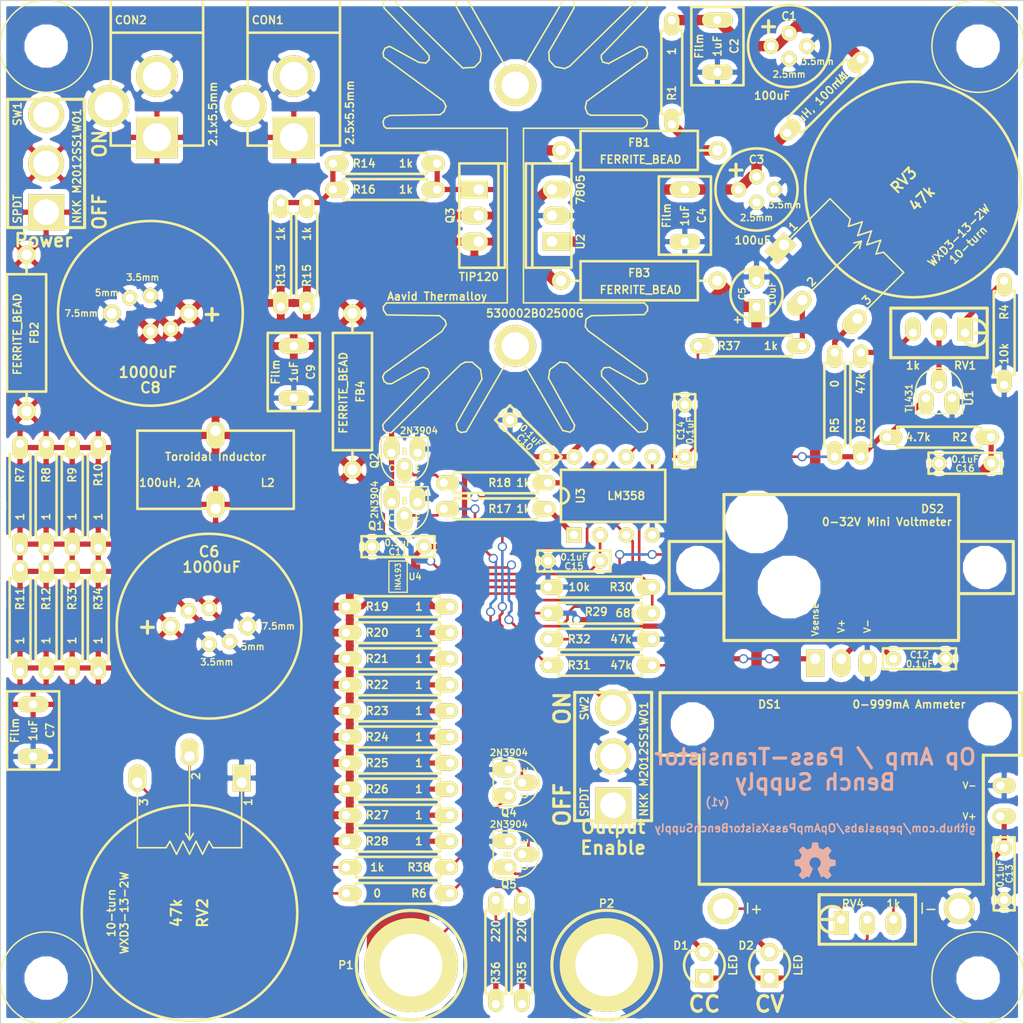
<source format=kicad_pcb>
(kicad_pcb (version 3) (host pcbnew "(2013-07-07 BZR 4022)-stable")
  (layers (15 F.Cu signal hide) (0 B.Cu signal hide) (18 B.Paste user) (19 F.Paste user) (20 B.SilkS user) (21 F.SilkS user) (22 B.Mask user) (23 F.Mask user) (28 Edge.Cuts user))
  (net 0 "")
  (net 1 /Base)
  (net 2 GND)
  (net 3 Icontrol)
  (net 4 Isense)
  (net 5 N-0000010)
  (net 6 N-0000011)
  (net 7 N-0000012)
  (net 8 N-0000014)
  (net 9 N-0000015)
  (net 10 N-0000016)
  (net 11 N-0000017)
  (net 12 N-0000018)
  (net 13 N-0000019)
  (net 14 N-000002)
  (net 15 N-0000020)
  (net 16 N-0000021)
  (net 17 N-0000022)
  (net 18 N-0000023)
  (net 19 N-0000024)
  (net 20 N-0000025)
  (net 21 N-0000026)
  (net 22 N-0000027)
  (net 23 N-0000031)
  (net 24 N-0000032)
  (net 25 N-0000034)
  (net 26 N-0000035)
  (net 27 N-0000036)
  (net 28 N-0000037)
  (net 29 N-000005)
  (net 30 N-000006)
  (net 31 N-000007)
  (net 32 N-000008)
  (net 33 N-000009)
  (net 34 Shunt+)
  (net 35 Shunt-)
  (net 36 VREF)
  (net 37 Vcc_filt)
  (net 38 Vcc_reg)
  (net 39 Vcontrol)
  (net 40 Vsense)
  (module WXD3-13-2W_A (layer F.Cu) (at 213.995 118.11 45)
    (fp_text reference RV3 (at 0 -1.27 45) (layer F.SilkS) (effects (font (size 1.016 1.016) (thickness 0.2032))))
    (fp_text value 47k (at 0 1.27 45) (layer F.SilkS) (effects (font (size 1.016 1.016) (thickness 0.2032))))
    (fp_text user 3 (at -10.795 4.445 45) (layer F.SilkS) (effects (font (size 0.762 0.762) (thickness 0.1524))))
    (fp_text user 2 (at -13.335 -0.635 45) (layer F.SilkS) (effects (font (size 0.762 0.762) (thickness 0.1524))))
    (fp_text user 1 (at -10.795 -5.715 45) (layer F.SilkS) (effects (font (size 0.762 0.762) (thickness 0.1524))))
    (fp_text user 10-turn (at 0 7.62 45) (layer F.SilkS) (effects (font (size 0.762 0.762) (thickness 0.1524))))
    (fp_text user WXD3-13-2W (at 0 6.35 45) (layer F.SilkS) (effects (font (size 0.762 0.762) (thickness 0.1524))))
    (pad 2 thru_hole oval (at -15.24 0 45) (size 2.6289 1.7526) (drill 1.016 (offset -0.43815 0)) (layers *.Cu *.Mask F.SilkS) (net 23 N-0000031))
    (pad 1 thru_hole rect (at -12.7 -5.08 45) (size 2.6289 1.7526) (drill 1.016 (offset -0.43815 0)) (layers *.Cu *.Mask F.SilkS) (net 2 GND))
    (pad 3 thru_hole oval (at -12.7 5.08 45) (size 2.6289 1.7526) (drill 1.016 (offset -0.43815 0)) (layers *.Cu *.Mask F.SilkS) (net 14 N-000002))
  )
  (module WXD3-13-2W_A (layer F.Cu) (at 143.51 188.595 270)
    (fp_text reference RV2 (at 0 -1.27 270) (layer F.SilkS) (effects (font (size 1.016 1.016) (thickness 0.2032))))
    (fp_text value 47k (at 0 1.27 270) (layer F.SilkS) (effects (font (size 1.016 1.016) (thickness 0.2032))))
    (fp_text user 3 (at -10.795 4.445 270) (layer F.SilkS) (effects (font (size 0.762 0.762) (thickness 0.1524))))
    (fp_text user 2 (at -13.335 -0.635 270) (layer F.SilkS) (effects (font (size 0.762 0.762) (thickness 0.1524))))
    (fp_text user 1 (at -10.795 -5.715 270) (layer F.SilkS) (effects (font (size 0.762 0.762) (thickness 0.1524))))
    (fp_text user 10-turn (at 0 7.62 270) (layer F.SilkS) (effects (font (size 0.762 0.762) (thickness 0.1524))))
    (fp_text user WXD3-13-2W (at 0 6.35 270) (layer F.SilkS) (effects (font (size 0.762 0.762) (thickness 0.1524))))
    (pad 2 thru_hole oval (at -15.24 0 270) (size 2.6289 1.7526) (drill 1.016 (offset -0.43815 0)) (layers *.Cu *.Mask F.SilkS) (net 24 N-0000032))
    (pad 1 thru_hole rect (at -12.7 -5.08 270) (size 2.6289 1.7526) (drill 1.016 (offset -0.43815 0)) (layers *.Cu *.Mask F.SilkS) (net 2 GND))
    (pad 3 thru_hole oval (at -12.7 5.08 270) (size 2.6289 1.7526) (drill 1.016 (offset -0.43815 0)) (layers *.Cu *.Mask F.SilkS) (net 32 N-000008))
  )
  (module TO-92_Q_EBC (layer F.Cu) (at 165.735 143.764)
    (fp_text reference Q2 (at -4.191 0.762 90) (layer F.SilkS) (effects (font (size 0.762 0.762) (thickness 0.1524))))
    (fp_text value 2N3904 (at 0.127 -2.159) (layer F.SilkS) (effects (font (size 0.635 0.635) (thickness 0.127))))
    (fp_text user E (at 0 1.524) (layer F.SilkS) (effects (font (size 0.635 0.635) (thickness 0.127))))
    (fp_text user B (at -1.27 -0.127) (layer F.SilkS) (effects (font (size 0.635 0.635) (thickness 0.127))))
    (fp_text user C (at -2.54 1.524) (layer F.SilkS) (effects (font (size 0.635 0.635) (thickness 0.127))))
    (pad 1 thru_hole oval (at 0 0) (size 1.4986 2.2479) (drill 0.8128 (offset 0 -0.37465)) (layers *.Cu *.Mask F.SilkS) (net 2 GND))
    (pad 2 thru_hole oval (at -1.27 1.27) (size 1.4986 2.2479) (drill 0.8128 (offset 0 0.37465)) (layers *.Cu *.Mask F.SilkS) (net 17 N-0000022))
    (pad 3 thru_hole oval (at -2.54 0) (size 1.4986 2.2479) (drill 0.8128 (offset 0 -0.37465)) (layers *.Cu *.Mask F.SilkS) (net 1 /Base))
  )
  (module TO-92_Q_EBC (layer F.Cu) (at 165.735 148.59)
    (fp_text reference Q1 (at -4.064 2.286) (layer F.SilkS) (effects (font (size 0.762 0.762) (thickness 0.1524))))
    (fp_text value 2N3904 (at -4.191 -0.254 90) (layer F.SilkS) (effects (font (size 0.635 0.635) (thickness 0.127))))
    (fp_text user E (at 0 1.524) (layer F.SilkS) (effects (font (size 0.635 0.635) (thickness 0.127))))
    (fp_text user B (at -1.27 -0.127) (layer F.SilkS) (effects (font (size 0.635 0.635) (thickness 0.127))))
    (fp_text user C (at -2.54 1.524) (layer F.SilkS) (effects (font (size 0.635 0.635) (thickness 0.127))))
    (pad 1 thru_hole oval (at 0 0) (size 1.4986 2.2479) (drill 0.8128 (offset 0 -0.37465)) (layers *.Cu *.Mask F.SilkS) (net 2 GND))
    (pad 2 thru_hole oval (at -1.27 1.27) (size 1.4986 2.2479) (drill 0.8128 (offset 0 0.37465)) (layers *.Cu *.Mask F.SilkS) (net 22 N-0000027))
    (pad 3 thru_hole oval (at -2.54 0) (size 1.4986 2.2479) (drill 0.8128 (offset 0 -0.37465)) (layers *.Cu *.Mask F.SilkS) (net 1 /Base))
  )
  (module TO-220_V_069B (layer F.Cu) (at 171.704 118.11 270)
    (fp_text reference Q3 (at 2.54 2.794 270) (layer F.SilkS) (effects (font (size 0.762 0.762) (thickness 0.1524))))
    (fp_text value TIP120 (at 8.509 0 360) (layer F.SilkS) (effects (font (size 0.762 0.762) (thickness 0.1524))))
    (pad 1 thru_hole rect (at 0 0) (size 2.6289 1.7526) (drill 1.016 (offset -0.43815 0)) (layers *.Cu *.Mask F.SilkS) (net 1 /Base))
    (pad 2 thru_hole oval (at 2.54 0) (size 2.6289 1.7526) (drill 1.016 (offset -0.43815 0)) (layers *.Cu *.Mask F.SilkS) (net 37 Vcc_filt))
    (pad 3 thru_hole oval (at 5.08 0) (size 2.6289 1.7526) (drill 1.016 (offset -0.43815 0)) (layers *.Cu *.Mask F.SilkS) (net 9 N-0000015))
  )
  (module TO-220_V_069B (layer F.Cu) (at 178.816 123.19 90)
    (fp_text reference U2 (at 0 2.794 90) (layer F.SilkS) (effects (font (size 0.762 0.762) (thickness 0.1524))))
    (fp_text value 7805 (at 5.08 2.794 90) (layer F.SilkS) (effects (font (size 0.762 0.762) (thickness 0.1524))))
    (pad 1 thru_hole rect (at 0 0 180) (size 2.6289 1.7526) (drill 1.016 (offset -0.43815 0)) (layers *.Cu *.Mask F.SilkS) (net 26 N-0000035))
    (pad 2 thru_hole oval (at 2.54 0 180) (size 2.6289 1.7526) (drill 1.016 (offset -0.43815 0)) (layers *.Cu *.Mask F.SilkS) (net 2 GND))
    (pad 3 thru_hole oval (at 5.08 0 180) (size 2.6289 1.7526) (drill 1.016 (offset -0.43815 0)) (layers *.Cu *.Mask F.SilkS) (net 8 N-0000014))
  )
  (module R_AXIAL_0W25_059Bi (layer F.Cu) (at 208.915 105.41 225)
    (fp_text reference L1 (at 2.514472 0 225) (layer F.SilkS) (effects (font (size 0.762 0.762) (thickness 0.1524))))
    (fp_text value "100uH, 100mA" (at 6.465784 0 225) (layer F.SilkS) (effects (font (size 0.762 0.762) (thickness 0.1524))))
    (pad 1 thru_hole oval (at 0 0 225) (size 2.2479 1.4986) (drill 0.8128 (offset 0.37465 0)) (layers *.Cu *.Mask F.SilkS) (net 28 N-0000037))
    (pad 2 thru_hole oval (at 10.16 0 225) (size 2.2479 1.4986) (drill 0.8128 (offset -0.37465 0)) (layers *.Cu *.Mask F.SilkS) (net 26 N-0000035))
  )
  (module R_AXIAL_0W25_059Bi (layer F.Cu) (at 158.75 181.61)
    (fp_text reference R28 (at 3.048 0) (layer F.SilkS) (effects (font (size 0.762 0.762) (thickness 0.1524))))
    (fp_text value 1 (at 7.112 0) (layer F.SilkS) (effects (font (size 0.762 0.762) (thickness 0.1524))))
    (pad 1 thru_hole oval (at 0 0) (size 2.2479 1.4986) (drill 0.8128 (offset 0.37465 0)) (layers *.Cu *.Mask F.SilkS) (net 34 Shunt+))
    (pad 2 thru_hole oval (at 10.16 0) (size 2.2479 1.4986) (drill 0.8128 (offset -0.37465 0)) (layers *.Cu *.Mask F.SilkS) (net 35 Shunt-))
  )
  (module R_AXIAL_0W25_059Bi (layer F.Cu) (at 158.75 179.07)
    (fp_text reference R27 (at 3.048 0) (layer F.SilkS) (effects (font (size 0.762 0.762) (thickness 0.1524))))
    (fp_text value 1 (at 7.112 0) (layer F.SilkS) (effects (font (size 0.762 0.762) (thickness 0.1524))))
    (pad 1 thru_hole oval (at 0 0) (size 2.2479 1.4986) (drill 0.8128 (offset 0.37465 0)) (layers *.Cu *.Mask F.SilkS) (net 34 Shunt+))
    (pad 2 thru_hole oval (at 10.16 0) (size 2.2479 1.4986) (drill 0.8128 (offset -0.37465 0)) (layers *.Cu *.Mask F.SilkS) (net 35 Shunt-))
  )
  (module R_AXIAL_0W25_059Bi (layer F.Cu) (at 158.75 166.37)
    (fp_text reference R22 (at 3.048 0) (layer F.SilkS) (effects (font (size 0.762 0.762) (thickness 0.1524))))
    (fp_text value 1 (at 7.112 0) (layer F.SilkS) (effects (font (size 0.762 0.762) (thickness 0.1524))))
    (pad 1 thru_hole oval (at 0 0) (size 2.2479 1.4986) (drill 0.8128 (offset 0.37465 0)) (layers *.Cu *.Mask F.SilkS) (net 34 Shunt+))
    (pad 2 thru_hole oval (at 10.16 0) (size 2.2479 1.4986) (drill 0.8128 (offset -0.37465 0)) (layers *.Cu *.Mask F.SilkS) (net 35 Shunt-))
  )
  (module R_AXIAL_0W25_059Bi (layer F.Cu) (at 158.75 168.91)
    (fp_text reference R23 (at 3.048 0) (layer F.SilkS) (effects (font (size 0.762 0.762) (thickness 0.1524))))
    (fp_text value 1 (at 7.112 0) (layer F.SilkS) (effects (font (size 0.762 0.762) (thickness 0.1524))))
    (pad 1 thru_hole oval (at 0 0) (size 2.2479 1.4986) (drill 0.8128 (offset 0.37465 0)) (layers *.Cu *.Mask F.SilkS) (net 34 Shunt+))
    (pad 2 thru_hole oval (at 10.16 0) (size 2.2479 1.4986) (drill 0.8128 (offset -0.37465 0)) (layers *.Cu *.Mask F.SilkS) (net 35 Shunt-))
  )
  (module R_AXIAL_0W25_059Bi (layer F.Cu) (at 158.75 176.53)
    (fp_text reference R26 (at 3.048 0) (layer F.SilkS) (effects (font (size 0.762 0.762) (thickness 0.1524))))
    (fp_text value 1 (at 7.112 0) (layer F.SilkS) (effects (font (size 0.762 0.762) (thickness 0.1524))))
    (pad 1 thru_hole oval (at 0 0) (size 2.2479 1.4986) (drill 0.8128 (offset 0.37465 0)) (layers *.Cu *.Mask F.SilkS) (net 34 Shunt+))
    (pad 2 thru_hole oval (at 10.16 0) (size 2.2479 1.4986) (drill 0.8128 (offset -0.37465 0)) (layers *.Cu *.Mask F.SilkS) (net 35 Shunt-))
  )
  (module R_AXIAL_0W25_059Bi (layer F.Cu) (at 158.75 173.99)
    (fp_text reference R25 (at 3.048 0) (layer F.SilkS) (effects (font (size 0.762 0.762) (thickness 0.1524))))
    (fp_text value 1 (at 7.112 0) (layer F.SilkS) (effects (font (size 0.762 0.762) (thickness 0.1524))))
    (pad 1 thru_hole oval (at 0 0) (size 2.2479 1.4986) (drill 0.8128 (offset 0.37465 0)) (layers *.Cu *.Mask F.SilkS) (net 34 Shunt+))
    (pad 2 thru_hole oval (at 10.16 0) (size 2.2479 1.4986) (drill 0.8128 (offset -0.37465 0)) (layers *.Cu *.Mask F.SilkS) (net 35 Shunt-))
  )
  (module R_AXIAL_0W25_059Bi (layer F.Cu) (at 158.75 171.45)
    (fp_text reference R24 (at 3.048 0) (layer F.SilkS) (effects (font (size 0.762 0.762) (thickness 0.1524))))
    (fp_text value 1 (at 7.112 0) (layer F.SilkS) (effects (font (size 0.762 0.762) (thickness 0.1524))))
    (pad 1 thru_hole oval (at 0 0) (size 2.2479 1.4986) (drill 0.8128 (offset 0.37465 0)) (layers *.Cu *.Mask F.SilkS) (net 34 Shunt+))
    (pad 2 thru_hole oval (at 10.16 0) (size 2.2479 1.4986) (drill 0.8128 (offset -0.37465 0)) (layers *.Cu *.Mask F.SilkS) (net 35 Shunt-))
  )
  (module R_AXIAL_0W25_059Bi (layer F.Cu) (at 190.5 111.76 90)
    (fp_text reference R1 (at 3.048 0 90) (layer F.SilkS) (effects (font (size 0.762 0.762) (thickness 0.1524))))
    (fp_text value 1 (at 7.112 0 90) (layer F.SilkS) (effects (font (size 0.762 0.762) (thickness 0.1524))))
    (pad 1 thru_hole oval (at 0 0 90) (size 2.2479 1.4986) (drill 0.8128 (offset 0.37465 0)) (layers *.Cu *.Mask F.SilkS) (net 11 N-0000017))
    (pad 2 thru_hole oval (at 10.16 0 90) (size 2.2479 1.4986) (drill 0.8128 (offset -0.37465 0)) (layers *.Cu *.Mask F.SilkS) (net 28 N-0000037))
  )
  (module R_AXIAL_0W25_059Bi (layer F.Cu) (at 129.54 154.94 270)
    (fp_text reference R12 (at 3.048 0 270) (layer F.SilkS) (effects (font (size 0.762 0.762) (thickness 0.1524))))
    (fp_text value 1 (at 7.112 0 270) (layer F.SilkS) (effects (font (size 0.762 0.762) (thickness 0.1524))))
    (pad 1 thru_hole oval (at 0 0 270) (size 2.2479 1.4986) (drill 0.8128 (offset 0.37465 0)) (layers *.Cu *.Mask F.SilkS) (net 6 N-0000011))
    (pad 2 thru_hole oval (at 10.16 0 270) (size 2.2479 1.4986) (drill 0.8128 (offset -0.37465 0)) (layers *.Cu *.Mask F.SilkS) (net 5 N-0000010))
  )
  (module R_AXIAL_0W25_059Bi (layer F.Cu) (at 206.375 144.145 90)
    (fp_text reference R5 (at 3.048 0 90) (layer F.SilkS) (effects (font (size 0.762 0.762) (thickness 0.1524))))
    (fp_text value 0 (at 7.112 0 90) (layer F.SilkS) (effects (font (size 0.762 0.762) (thickness 0.1524))))
    (pad 1 thru_hole oval (at 0 0 90) (size 2.2479 1.4986) (drill 0.8128 (offset 0.37465 0)) (layers *.Cu *.Mask F.SilkS) (net 36 VREF))
    (pad 2 thru_hole oval (at 10.16 0 90) (size 2.2479 1.4986) (drill 0.8128 (offset -0.37465 0)) (layers *.Cu *.Mask F.SilkS) (net 14 N-000002))
  )
  (module R_AXIAL_0W25_059Bi (layer F.Cu) (at 168.91 186.69 180)
    (fp_text reference R6 (at 3.048 0 180) (layer F.SilkS) (effects (font (size 0.762 0.762) (thickness 0.1524))))
    (fp_text value 0 (at 7.112 0 180) (layer F.SilkS) (effects (font (size 0.762 0.762) (thickness 0.1524))))
    (pad 1 thru_hole oval (at 0 0 180) (size 2.2479 1.4986) (drill 0.8128 (offset 0.37465 0)) (layers *.Cu *.Mask F.SilkS) (net 36 VREF))
    (pad 2 thru_hole oval (at 10.16 0 180) (size 2.2479 1.4986) (drill 0.8128 (offset -0.37465 0)) (layers *.Cu *.Mask F.SilkS) (net 32 N-000008))
  )
  (module R_AXIAL_0W25_059Bi (layer F.Cu) (at 127 142.875 270)
    (fp_text reference R7 (at 3.048 0 270) (layer F.SilkS) (effects (font (size 0.762 0.762) (thickness 0.1524))))
    (fp_text value 1 (at 7.112 0 270) (layer F.SilkS) (effects (font (size 0.762 0.762) (thickness 0.1524))))
    (pad 1 thru_hole oval (at 0 0 270) (size 2.2479 1.4986) (drill 0.8128 (offset 0.37465 0)) (layers *.Cu *.Mask F.SilkS) (net 27 N-0000036))
    (pad 2 thru_hole oval (at 10.16 0 270) (size 2.2479 1.4986) (drill 0.8128 (offset -0.37465 0)) (layers *.Cu *.Mask F.SilkS) (net 6 N-0000011))
  )
  (module R_AXIAL_0W25_059Bi (layer F.Cu) (at 129.54 142.875 270)
    (fp_text reference R8 (at 3.048 0 270) (layer F.SilkS) (effects (font (size 0.762 0.762) (thickness 0.1524))))
    (fp_text value 1 (at 7.112 0 270) (layer F.SilkS) (effects (font (size 0.762 0.762) (thickness 0.1524))))
    (pad 1 thru_hole oval (at 0 0 270) (size 2.2479 1.4986) (drill 0.8128 (offset 0.37465 0)) (layers *.Cu *.Mask F.SilkS) (net 27 N-0000036))
    (pad 2 thru_hole oval (at 10.16 0 270) (size 2.2479 1.4986) (drill 0.8128 (offset -0.37465 0)) (layers *.Cu *.Mask F.SilkS) (net 6 N-0000011))
  )
  (module R_AXIAL_0W25_059Bi (layer F.Cu) (at 132.08 142.875 270)
    (fp_text reference R9 (at 3.048 0 270) (layer F.SilkS) (effects (font (size 0.762 0.762) (thickness 0.1524))))
    (fp_text value 1 (at 7.112 0 270) (layer F.SilkS) (effects (font (size 0.762 0.762) (thickness 0.1524))))
    (pad 1 thru_hole oval (at 0 0 270) (size 2.2479 1.4986) (drill 0.8128 (offset 0.37465 0)) (layers *.Cu *.Mask F.SilkS) (net 27 N-0000036))
    (pad 2 thru_hole oval (at 10.16 0 270) (size 2.2479 1.4986) (drill 0.8128 (offset -0.37465 0)) (layers *.Cu *.Mask F.SilkS) (net 6 N-0000011))
  )
  (module R_AXIAL_0W25_059Bi (layer F.Cu) (at 134.62 142.875 270)
    (fp_text reference R10 (at 3.048 0 270) (layer F.SilkS) (effects (font (size 0.762 0.762) (thickness 0.1524))))
    (fp_text value 1 (at 7.112 0 270) (layer F.SilkS) (effects (font (size 0.762 0.762) (thickness 0.1524))))
    (pad 1 thru_hole oval (at 0 0 270) (size 2.2479 1.4986) (drill 0.8128 (offset 0.37465 0)) (layers *.Cu *.Mask F.SilkS) (net 27 N-0000036))
    (pad 2 thru_hole oval (at 10.16 0 270) (size 2.2479 1.4986) (drill 0.8128 (offset -0.37465 0)) (layers *.Cu *.Mask F.SilkS) (net 6 N-0000011))
  )
  (module R_AXIAL_0W25_059Bi (layer F.Cu) (at 127 154.94 270)
    (fp_text reference R11 (at 3.048 0 270) (layer F.SilkS) (effects (font (size 0.762 0.762) (thickness 0.1524))))
    (fp_text value 1 (at 7.112 0 270) (layer F.SilkS) (effects (font (size 0.762 0.762) (thickness 0.1524))))
    (pad 1 thru_hole oval (at 0 0 270) (size 2.2479 1.4986) (drill 0.8128 (offset 0.37465 0)) (layers *.Cu *.Mask F.SilkS) (net 6 N-0000011))
    (pad 2 thru_hole oval (at 10.16 0 270) (size 2.2479 1.4986) (drill 0.8128 (offset -0.37465 0)) (layers *.Cu *.Mask F.SilkS) (net 5 N-0000010))
  )
  (module R_AXIAL_0W25_059Bi (layer F.Cu) (at 178.435 161.925)
    (fp_text reference R32 (at 3.048 0) (layer F.SilkS) (effects (font (size 0.762 0.762) (thickness 0.1524))))
    (fp_text value 47k (at 7.112 0) (layer F.SilkS) (effects (font (size 0.762 0.762) (thickness 0.1524))))
    (pad 1 thru_hole oval (at 0 0) (size 2.2479 1.4986) (drill 0.8128 (offset 0.37465 0)) (layers *.Cu *.Mask F.SilkS) (net 29 N-000005))
    (pad 2 thru_hole oval (at 10.16 0) (size 2.2479 1.4986) (drill 0.8128 (offset -0.37465 0)) (layers *.Cu *.Mask F.SilkS) (net 2 GND))
  )
  (module R_AXIAL_0W25_059Bi (layer F.Cu) (at 188.595 156.845 180)
    (fp_text reference R30 (at 3.048 0 180) (layer F.SilkS) (effects (font (size 0.762 0.762) (thickness 0.1524))))
    (fp_text value 10k (at 7.112 0 180) (layer F.SilkS) (effects (font (size 0.762 0.762) (thickness 0.1524))))
    (pad 1 thru_hole oval (at 0 0 180) (size 2.2479 1.4986) (drill 0.8128 (offset 0.37465 0)) (layers *.Cu *.Mask F.SilkS) (net 40 Vsense))
    (pad 2 thru_hole oval (at 10.16 0 180) (size 2.2479 1.4986) (drill 0.8128 (offset -0.37465 0)) (layers *.Cu *.Mask F.SilkS) (net 2 GND))
  )
  (module R_AXIAL_0W25_059Bi (layer F.Cu) (at 168.275 146.685)
    (fp_text reference R18 (at 5.461 0) (layer F.SilkS) (effects (font (size 0.762 0.762) (thickness 0.1524))))
    (fp_text value 1k (at 7.747 0) (layer F.SilkS) (effects (font (size 0.762 0.762) (thickness 0.1524))))
    (pad 1 thru_hole oval (at 0 0) (size 2.2479 1.4986) (drill 0.8128 (offset 0.37465 0)) (layers *.Cu *.Mask F.SilkS) (net 17 N-0000022))
    (pad 2 thru_hole oval (at 10.16 0) (size 2.2479 1.4986) (drill 0.8128 (offset -0.37465 0)) (layers *.Cu *.Mask F.SilkS) (net 12 N-0000018))
  )
  (module R_AXIAL_0W25_059Bi (layer F.Cu) (at 168.275 149.225)
    (fp_text reference R17 (at 5.461 0) (layer F.SilkS) (effects (font (size 0.762 0.762) (thickness 0.1524))))
    (fp_text value 1k (at 7.747 0) (layer F.SilkS) (effects (font (size 0.762 0.762) (thickness 0.1524))))
    (pad 1 thru_hole oval (at 0 0) (size 2.2479 1.4986) (drill 0.8128 (offset 0.37465 0)) (layers *.Cu *.Mask F.SilkS) (net 22 N-0000027))
    (pad 2 thru_hole oval (at 10.16 0) (size 2.2479 1.4986) (drill 0.8128 (offset -0.37465 0)) (layers *.Cu *.Mask F.SilkS) (net 16 N-0000021))
  )
  (module R_AXIAL_0W25_059Bi (layer F.Cu) (at 157.48 115.57)
    (fp_text reference R14 (at 3.048 0) (layer F.SilkS) (effects (font (size 0.762 0.762) (thickness 0.1524))))
    (fp_text value 1k (at 7.112 0) (layer F.SilkS) (effects (font (size 0.762 0.762) (thickness 0.1524))))
    (pad 1 thru_hole oval (at 0 0) (size 2.2479 1.4986) (drill 0.8128 (offset 0.37465 0)) (layers *.Cu *.Mask F.SilkS) (net 25 N-0000034))
    (pad 2 thru_hole oval (at 10.16 0) (size 2.2479 1.4986) (drill 0.8128 (offset -0.37465 0)) (layers *.Cu *.Mask F.SilkS) (net 1 /Base))
  )
  (module R_AXIAL_0W25_059Bi (layer F.Cu) (at 178.435 159.385)
    (fp_text reference R29 (at 4.699 -0.127) (layer F.SilkS) (effects (font (size 0.762 0.762) (thickness 0.1524))))
    (fp_text value 68k (at 7.62 0) (layer F.SilkS) (effects (font (size 0.762 0.762) (thickness 0.1524))))
    (pad 1 thru_hole oval (at 0 0) (size 2.2479 1.4986) (drill 0.8128 (offset 0.37465 0)) (layers *.Cu *.Mask F.SilkS) (net 35 Shunt-))
    (pad 2 thru_hole oval (at 10.16 0) (size 2.2479 1.4986) (drill 0.8128 (offset -0.37465 0)) (layers *.Cu *.Mask F.SilkS) (net 40 Vsense))
  )
  (module R_AXIAL_0W25_059Bi (layer F.Cu) (at 152.4 129.54 90)
    (fp_text reference R13 (at 3.048 0 90) (layer F.SilkS) (effects (font (size 0.762 0.762) (thickness 0.1524))))
    (fp_text value 1k (at 7.112 0 90) (layer F.SilkS) (effects (font (size 0.762 0.762) (thickness 0.1524))))
    (pad 1 thru_hole oval (at 0 0 90) (size 2.2479 1.4986) (drill 0.8128 (offset 0.37465 0)) (layers *.Cu *.Mask F.SilkS) (net 37 Vcc_filt))
    (pad 2 thru_hole oval (at 10.16 0 90) (size 2.2479 1.4986) (drill 0.8128 (offset -0.37465 0)) (layers *.Cu *.Mask F.SilkS) (net 25 N-0000034))
  )
  (module R_AXIAL_0W25_059Bi (layer F.Cu) (at 154.94 129.54 90)
    (fp_text reference R15 (at 3.048 0 90) (layer F.SilkS) (effects (font (size 0.762 0.762) (thickness 0.1524))))
    (fp_text value 1k (at 7.112 0 90) (layer F.SilkS) (effects (font (size 0.762 0.762) (thickness 0.1524))))
    (pad 1 thru_hole oval (at 0 0 90) (size 2.2479 1.4986) (drill 0.8128 (offset 0.37465 0)) (layers *.Cu *.Mask F.SilkS) (net 37 Vcc_filt))
    (pad 2 thru_hole oval (at 10.16 0 90) (size 2.2479 1.4986) (drill 0.8128 (offset -0.37465 0)) (layers *.Cu *.Mask F.SilkS) (net 25 N-0000034))
  )
  (module R_AXIAL_0W25_059Bi (layer F.Cu) (at 157.48 118.11)
    (fp_text reference R16 (at 3.048 0) (layer F.SilkS) (effects (font (size 0.762 0.762) (thickness 0.1524))))
    (fp_text value 1k (at 7.112 0) (layer F.SilkS) (effects (font (size 0.762 0.762) (thickness 0.1524))))
    (pad 1 thru_hole oval (at 0 0) (size 2.2479 1.4986) (drill 0.8128 (offset 0.37465 0)) (layers *.Cu *.Mask F.SilkS) (net 25 N-0000034))
    (pad 2 thru_hole oval (at 10.16 0) (size 2.2479 1.4986) (drill 0.8128 (offset -0.37465 0)) (layers *.Cu *.Mask F.SilkS) (net 1 /Base))
  )
  (module R_AXIAL_0W25_059Bi (layer F.Cu) (at 158.75 158.75)
    (fp_text reference R19 (at 3.048 0) (layer F.SilkS) (effects (font (size 0.762 0.762) (thickness 0.1524))))
    (fp_text value 1 (at 7.112 0) (layer F.SilkS) (effects (font (size 0.762 0.762) (thickness 0.1524))))
    (pad 1 thru_hole oval (at 0 0) (size 2.2479 1.4986) (drill 0.8128 (offset 0.37465 0)) (layers *.Cu *.Mask F.SilkS) (net 34 Shunt+))
    (pad 2 thru_hole oval (at 10.16 0) (size 2.2479 1.4986) (drill 0.8128 (offset -0.37465 0)) (layers *.Cu *.Mask F.SilkS) (net 35 Shunt-))
  )
  (module R_AXIAL_0W25_059Bi (layer F.Cu) (at 158.75 161.29)
    (fp_text reference R20 (at 3.048 0) (layer F.SilkS) (effects (font (size 0.762 0.762) (thickness 0.1524))))
    (fp_text value 1 (at 7.112 0) (layer F.SilkS) (effects (font (size 0.762 0.762) (thickness 0.1524))))
    (pad 1 thru_hole oval (at 0 0) (size 2.2479 1.4986) (drill 0.8128 (offset 0.37465 0)) (layers *.Cu *.Mask F.SilkS) (net 34 Shunt+))
    (pad 2 thru_hole oval (at 10.16 0) (size 2.2479 1.4986) (drill 0.8128 (offset -0.37465 0)) (layers *.Cu *.Mask F.SilkS) (net 35 Shunt-))
  )
  (module R_AXIAL_0W25_059Bi (layer F.Cu) (at 208.915 144.145 90)
    (fp_text reference R3 (at 3.048 0 90) (layer F.SilkS) (effects (font (size 0.762 0.762) (thickness 0.1524))))
    (fp_text value 47k (at 7.112 0 90) (layer F.SilkS) (effects (font (size 0.762 0.762) (thickness 0.1524))))
    (pad 1 thru_hole oval (at 0 0 90) (size 2.2479 1.4986) (drill 0.8128 (offset 0.37465 0)) (layers *.Cu *.Mask F.SilkS) (net 36 VREF))
    (pad 2 thru_hole oval (at 10.16 0 90) (size 2.2479 1.4986) (drill 0.8128 (offset -0.37465 0)) (layers *.Cu *.Mask F.SilkS) (net 15 N-0000020))
  )
  (module R_AXIAL_0W25_059Bi (layer F.Cu) (at 222.885 127 270)
    (fp_text reference R4 (at 3.048 0 270) (layer F.SilkS) (effects (font (size 0.762 0.762) (thickness 0.1524))))
    (fp_text value 10k (at 7.112 0 270) (layer F.SilkS) (effects (font (size 0.762 0.762) (thickness 0.1524))))
    (pad 1 thru_hole oval (at 0 0 270) (size 2.2479 1.4986) (drill 0.8128 (offset 0.37465 0)) (layers *.Cu *.Mask F.SilkS) (net 13 N-0000019))
    (pad 2 thru_hole oval (at 10.16 0 270) (size 2.2479 1.4986) (drill 0.8128 (offset -0.37465 0)) (layers *.Cu *.Mask F.SilkS) (net 2 GND))
  )
  (module R_AXIAL_0W25_059Bi (layer F.Cu) (at 221.615 142.24 180)
    (fp_text reference R2 (at 3.048 0 180) (layer F.SilkS) (effects (font (size 0.762 0.762) (thickness 0.1524))))
    (fp_text value 4.7k (at 7.112 0 180) (layer F.SilkS) (effects (font (size 0.762 0.762) (thickness 0.1524))))
    (pad 1 thru_hole oval (at 0 0 180) (size 2.2479 1.4986) (drill 0.8128 (offset 0.37465 0)) (layers *.Cu *.Mask F.SilkS) (net 38 Vcc_reg))
    (pad 2 thru_hole oval (at 10.16 0 180) (size 2.2479 1.4986) (drill 0.8128 (offset -0.37465 0)) (layers *.Cu *.Mask F.SilkS) (net 36 VREF))
  )
  (module R_AXIAL_0W25_059Bi (layer F.Cu) (at 158.75 163.83)
    (fp_text reference R21 (at 3.048 0) (layer F.SilkS) (effects (font (size 0.762 0.762) (thickness 0.1524))))
    (fp_text value 1 (at 7.112 0) (layer F.SilkS) (effects (font (size 0.762 0.762) (thickness 0.1524))))
    (pad 1 thru_hole oval (at 0 0) (size 2.2479 1.4986) (drill 0.8128 (offset 0.37465 0)) (layers *.Cu *.Mask F.SilkS) (net 34 Shunt+))
    (pad 2 thru_hole oval (at 10.16 0) (size 2.2479 1.4986) (drill 0.8128 (offset -0.37465 0)) (layers *.Cu *.Mask F.SilkS) (net 35 Shunt-))
  )
  (module R_AXIAL_0W25_059Bi (layer F.Cu) (at 178.435 164.465)
    (fp_text reference R31 (at 3.048 0) (layer F.SilkS) (effects (font (size 0.762 0.762) (thickness 0.1524))))
    (fp_text value 47k (at 7.112 0) (layer F.SilkS) (effects (font (size 0.762 0.762) (thickness 0.1524))))
    (pad 1 thru_hole oval (at 0 0) (size 2.2479 1.4986) (drill 0.8128 (offset 0.37465 0)) (layers *.Cu *.Mask F.SilkS) (net 4 Isense))
    (pad 2 thru_hole oval (at 10.16 0) (size 2.2479 1.4986) (drill 0.8128 (offset -0.37465 0)) (layers *.Cu *.Mask F.SilkS) (net 30 N-000006))
  )
  (module M2012SS1W01 (layer F.Cu) (at 129.54 115.57)
    (fp_text reference SW1 (at -2.794 -4.826 90) (layer F.SilkS) (effects (font (size 0.762 0.762) (thickness 0.1524))))
    (fp_text value SPDT (at -2.794 4.445 90) (layer F.SilkS) (effects (font (size 0.762 0.762) (thickness 0.1524))))
    (fp_text user "NKK M2012SS1W01" (at 3 0.25 90) (layer F.SilkS) (effects (font (size 0.762 0.762) (thickness 0.1524))))
    (pad 1 thru_hole rect (at 0 4.75) (size 3.5 3.5) (drill 2.5) (layers *.Cu *.Mask F.SilkS) (net 10 N-0000016))
    (pad 2 thru_hole circle (at 0 0) (size 3.5 3.5) (drill 2.5) (layers *.Cu *.Mask F.SilkS) (net 33 N-000009))
    (pad 3 thru_hole circle (at 0 -4.75) (size 3.5 3.5) (drill 2.5) (layers *.Cu *.Mask F.SilkS))
  )
  (module M2012SS1W01 (layer F.Cu) (at 184.785 173.355)
    (fp_text reference SW2 (at -2.794 -4.699 90) (layer F.SilkS) (effects (font (size 0.762 0.762) (thickness 0.1524))))
    (fp_text value SPDT (at -2.794 4.445 90) (layer F.SilkS) (effects (font (size 0.762 0.762) (thickness 0.1524))))
    (fp_text user "NKK M2012SS1W01" (at 3 0.25 90) (layer F.SilkS) (effects (font (size 0.762 0.762) (thickness 0.1524))))
    (pad 1 thru_hole rect (at 0 4.75) (size 3.5 3.5) (drill 2.5) (layers *.Cu *.Mask F.SilkS))
    (pad 2 thru_hole circle (at 0 0) (size 3.5 3.5) (drill 2.5) (layers *.Cu *.Mask F.SilkS) (net 2 GND))
    (pad 3 thru_hole circle (at 0 -4.75) (size 3.5 3.5) (drill 2.5) (layers *.Cu *.Mask F.SilkS) (net 1 /Base))
  )
  (module hole_M3_NPTH (layer F.Cu) (at 129.54 194.945)
    (fp_text reference H1 hide)
    (fp_text value HOLE hide)
    (pad "" np_thru_hole circle (at 0 0) (size 3.2 3.2) (drill 3.2) (layers *.Cu *.Mask F.SilkS))
  )
  (module hole_M3_NPTH (layer F.Cu) (at 129.54 104.14)
    (fp_text reference H2 hide)
    (fp_text value HOLE hide)
    (pad "" np_thru_hole circle (at 0 0) (size 3.2 3.2) (drill 3.2) (layers *.Cu *.Mask F.SilkS))
  )
  (module hole_M3_NPTH (layer F.Cu) (at 220.345 104.14)
    (fp_text reference H3 hide)
    (fp_text value HOLE hide)
    (pad "" np_thru_hole circle (at 0 0) (size 3.2 3.2) (drill 3.2) (layers *.Cu *.Mask F.SilkS))
  )
  (module hole_M3_NPTH (layer F.Cu) (at 220.345 194.945)
    (fp_text reference H4 hide)
    (fp_text value HOLE hide)
    (pad "" np_thru_hole circle (at 0 0) (size 3.2 3.2) (drill 3.2) (layers *.Cu *.Mask F.SilkS))
  )
  (module EBAY_AMMETER (layer F.Cu) (at 207.01 170.18)
    (fp_text reference DS1 (at -6.985 -1.905) (layer F.SilkS) (effects (font (size 0.762 0.762) (thickness 0.1524))))
    (fp_text value AMMETER_V hide)
    (fp_text user I- (at 8.5 18) (layer F.SilkS))
    (fp_text user I+ (at -8.5 18) (layer F.SilkS))
    (fp_text user V- (at 12.5 6) (layer F.SilkS) (effects (font (size 0.635 0.635) (thickness 0.127))))
    (fp_text user V+ (at 12.5 9) (layer F.SilkS) (effects (font (size 0.635 0.635) (thickness 0.127))))
    (fp_text user "0-999mA Ammeter" (at 6.604 -1.905) (layer F.SilkS) (effects (font (size 0.762 0.762) (thickness 0.1524))))
    (pad "" np_thru_hole circle (at -14.5 0) (size 3.2 3.2) (drill 3.2) (layers *.Cu *.Mask F.SilkS))
    (pad "" np_thru_hole circle (at 14.5 0) (size 3.2 3.2) (drill 3.2) (layers *.Cu *.Mask F.SilkS))
    (pad 4 thru_hole oval (at 15.5 6) (size 2.2479 1.4986) (drill 0.8128 (offset 0.37465 0)) (layers *.Cu *.Mask F.SilkS) (net 2 GND))
    (pad 1 thru_hole circle (at -11.5 18) (size 3 3) (drill 2) (layers *.Cu *.Mask F.SilkS) (net 31 N-000007))
    (pad 3 thru_hole oval (at 15.5 9) (size 2.2479 1.4986) (drill 0.8128 (offset 0.37465 0)) (layers *.Cu *.Mask F.SilkS) (net 38 Vcc_reg))
    (pad 2 thru_hole circle (at 11.5 18) (size 3 3) (drill 2) (layers *.Cu *.Mask F.SilkS) (net 2 GND))
  )
  (module DIP8_059A (layer F.Cu) (at 180.975 151.765)
    (fp_text reference U3 (at 0.635 -3.81 90) (layer F.SilkS) (effects (font (size 0.762 0.762) (thickness 0.1524))))
    (fp_text value LM358 (at 5.08 -3.81) (layer F.SilkS) (effects (font (size 0.762 0.762) (thickness 0.1524))))
    (pad 1 thru_hole rect (at 0 0) (size 1.4986 1.4986) (drill 0.8128) (layers *.Cu *.Mask F.SilkS) (net 16 N-0000021))
    (pad 2 thru_hole oval (at 2.54 0) (size 1.4986 1.4986) (drill 0.8128) (layers *.Cu *.Mask F.SilkS) (net 3 Icontrol))
    (pad 3 thru_hole oval (at 5.08 0) (size 1.4986 1.4986) (drill 0.8128) (layers *.Cu *.Mask F.SilkS) (net 4 Isense))
    (pad 4 thru_hole oval (at 7.62 0) (size 1.4986 1.4986) (drill 0.8128) (layers *.Cu *.Mask F.SilkS) (net 2 GND))
    (pad 5 thru_hole oval (at 7.62 -7.62) (size 1.4986 1.4986) (drill 0.8128) (layers *.Cu *.Mask F.SilkS) (net 40 Vsense))
    (pad 6 thru_hole oval (at 5.08 -7.62) (size 1.4986 1.4986) (drill 0.8128) (layers *.Cu *.Mask F.SilkS) (net 39 Vcontrol))
    (pad 8 thru_hole oval (at 0 -7.62) (size 1.4986 1.4986) (drill 0.8128) (layers *.Cu *.Mask F.SilkS) (net 38 Vcc_reg))
    (pad 7 thru_hole oval (at 2.54 -7.62) (size 1.4986 1.4986) (drill 0.8128) (layers *.Cu *.Mask F.SilkS) (net 12 N-0000018))
  )
  (module CERCAP_2_059A (layer F.Cu) (at 222.885 184.785 270)
    (fp_text reference C13 (at 0 -0.508 270) (layer F.SilkS) (effects (font (size 0.635 0.635) (thickness 0.127))))
    (fp_text value 0.1uF (at 0 0.381 270) (layer F.SilkS) (effects (font (size 0.635 0.635) (thickness 0.127))))
    (pad 1 thru_hole circle (at -2.54 0 270) (size 1.4986 1.4986) (drill 0.8128) (layers *.Cu *.Mask F.SilkS) (net 38 Vcc_reg))
    (pad 2 thru_hole circle (at 2.54 0 270) (size 1.4986 1.4986) (drill 0.8128) (layers *.Cu *.Mask F.SilkS) (net 2 GND))
  )
  (module CERCAP_2_059A (layer F.Cu) (at 214.63 163.83)
    (fp_text reference C12 (at 0 -0.381) (layer F.SilkS) (effects (font (size 0.635 0.635) (thickness 0.127))))
    (fp_text value 0.1uF (at 0 0.508) (layer F.SilkS) (effects (font (size 0.635 0.635) (thickness 0.127))))
    (pad 1 thru_hole circle (at -2.54 0) (size 1.4986 1.4986) (drill 0.8128) (layers *.Cu *.Mask F.SilkS) (net 38 Vcc_reg))
    (pad 2 thru_hole circle (at 2.54 0) (size 1.4986 1.4986) (drill 0.8128) (layers *.Cu *.Mask F.SilkS) (net 2 GND))
  )
  (module CERCAP_2_059A (layer F.Cu) (at 163.83 152.908 180)
    (fp_text reference C11 (at 0 -0.508 180) (layer F.SilkS) (effects (font (size 0.635 0.635) (thickness 0.127))))
    (fp_text value 0.1uF (at 0 0.381 180) (layer F.SilkS) (effects (font (size 0.635 0.635) (thickness 0.127))))
    (pad 1 thru_hole circle (at -2.54 0 180) (size 1.4986 1.4986) (drill 0.8128) (layers *.Cu *.Mask F.SilkS) (net 38 Vcc_reg))
    (pad 2 thru_hole circle (at 2.54 0 180) (size 1.4986 1.4986) (drill 0.8128) (layers *.Cu *.Mask F.SilkS) (net 2 GND))
  )
  (module CERCAP_2_059A (layer F.Cu) (at 176.53 142.367 135)
    (fp_text reference C10 (at 0 -0.508 135) (layer F.SilkS) (effects (font (size 0.635 0.635) (thickness 0.127))))
    (fp_text value 0.1uF (at 0 0.381 135) (layer F.SilkS) (effects (font (size 0.635 0.635) (thickness 0.127))))
    (pad 1 thru_hole circle (at -2.54 0 135) (size 1.4986 1.4986) (drill 0.8128) (layers *.Cu *.Mask F.SilkS) (net 38 Vcc_reg))
    (pad 2 thru_hole circle (at 2.54 0 135) (size 1.4986 1.4986) (drill 0.8128) (layers *.Cu *.Mask F.SilkS) (net 2 GND))
  )
  (module BARREL_JACK_25x55 (layer F.Cu) (at 153.67 113.03 270)
    (fp_text reference CON1 (at -11.43 2.54 360) (layer F.SilkS) (effects (font (size 0.762 0.762) (thickness 0.1524))))
    (fp_text value 2.5x5.5mm hide)
    (fp_text user 2.5x5.5mm (at -2.413 -5.461 270) (layer F.SilkS) (effects (font (size 0.762 0.762) (thickness 0.1524))))
    (pad 1 thru_hole rect (at 0 0 270) (size 4.064 4.064) (drill 2.7432) (layers *.Cu *.Mask F.SilkS) (net 33 N-000009))
    (pad 2 thru_hole circle (at -5.969 0 270) (size 4.064 4.064) (drill 2.7432) (layers *.Cu *.Mask F.SilkS) (net 2 GND))
    (pad 3 thru_hole circle (at -3.048 4.699 270) (size 4.064 4.064) (drill 2.7432) (layers *.Cu *.Mask F.SilkS) (net 2 GND))
  )
  (module BARREL_JACK_21x55 (layer F.Cu) (at 140.335 113.03 270)
    (fp_text reference CON2 (at -11.43 2.54 360) (layer F.SilkS) (effects (font (size 0.762 0.762) (thickness 0.1524))))
    (fp_text value 2.1x5.5mm hide)
    (fp_text user 2.1x5.5mm (at -2.286 -5.461 270) (layer F.SilkS) (effects (font (size 0.762 0.762) (thickness 0.1524))))
    (pad 1 thru_hole rect (at 0 0 270) (size 4.064 4.064) (drill 2.7432) (layers *.Cu *.Mask F.SilkS) (net 33 N-000009))
    (pad 2 thru_hole circle (at -5.969 0 270) (size 4.064 4.064) (drill 2.7432) (layers *.Cu *.Mask F.SilkS) (net 2 GND))
    (pad 3 thru_hole circle (at -3.048 4.699 270) (size 4.064 4.064) (drill 2.7432) (layers *.Cu *.Mask F.SilkS) (net 2 GND))
  )
  (module 3296W (layer F.Cu) (at 209.55 189.23)
    (fp_text reference RV4 (at -1.397 -1.524) (layer F.SilkS) (effects (font (size 0.762 0.762) (thickness 0.1524))))
    (fp_text value 1k (at 2.54 -1.524) (layer F.SilkS) (effects (font (size 0.762 0.762) (thickness 0.1524))))
    (pad 2 thru_hole oval (at 0 0) (size 1.4986 2.2479) (drill 0.8128 (offset 0 0.37465)) (layers *.Cu *.Mask F.SilkS) (net 31 N-000007))
    (pad 3 thru_hole oval (at 2.54 0) (size 1.4986 2.2479) (drill 0.8128 (offset 0 0.37465)) (layers *.Cu *.Mask F.SilkS) (net 30 N-000006))
    (pad 1 thru_hole rect (at -2.54 0) (size 1.4986 2.2479) (drill 0.8128 (offset 0 0.37465)) (layers *.Cu *.Mask F.SilkS) (net 29 N-000005))
  )
  (module 3296W (layer F.Cu) (at 216.535 132.08 180)
    (fp_text reference RV1 (at -2.54 -3.175 180) (layer F.SilkS) (effects (font (size 0.762 0.762) (thickness 0.1524))))
    (fp_text value 1k (at 2.54 -3.175 180) (layer F.SilkS) (effects (font (size 0.762 0.762) (thickness 0.1524))))
    (pad 2 thru_hole oval (at 0 0 180) (size 1.4986 2.2479) (drill 0.8128 (offset 0 0.37465)) (layers *.Cu *.Mask F.SilkS) (net 7 N-0000012))
    (pad 3 thru_hole oval (at 2.54 0 180) (size 1.4986 2.2479) (drill 0.8128 (offset 0 0.37465)) (layers *.Cu *.Mask F.SilkS) (net 15 N-0000020))
    (pad 1 thru_hole rect (at -2.54 0 180) (size 1.4986 2.2479) (drill 0.8128 (offset 0 0.37465)) (layers *.Cu *.Mask F.SilkS) (net 13 N-0000019))
  )
  (module Banana_A (layer F.Cu) (at 165.1 193.675)
    (fp_text reference P1 (at -6.35 0) (layer F.SilkS) (effects (font (size 0.762 0.762) (thickness 0.1524))))
    (fp_text value CONN_1 (at 0 6.25) (layer F.SilkS) (effects (font (size 0.762 0.762) (thickness 0.1524))))
    (pad 1 thru_hole circle (at 0 0) (size 9.144 9.144) (drill 6.096) (layers *.Cu *.Mask F.SilkS) (net 35 Shunt-))
  )
  (module Banana_A (layer F.Cu) (at 184.15 193.675)
    (fp_text reference P2 (at 0 -6) (layer F.SilkS) (effects (font (size 0.762 0.762) (thickness 0.1524))))
    (fp_text value CONN_1 (at 0 6.25) (layer F.SilkS) (effects (font (size 0.762 0.762) (thickness 0.1524))))
    (pad 1 thru_hole circle (at 0 0) (size 9.144 9.144) (drill 6.096) (layers *.Cu *.Mask F.SilkS) (net 2 GND))
  )
  (module 530002B02500G (layer F.Cu) (at 175.26 107.95 270)
    (fp_text reference H*** hide)
    (fp_text value 530002B02500G (at 22.225 -1.905 360) (layer F.SilkS) (effects (font (size 0.762 0.762) (thickness 0.1524))))
    (fp_text user "Aavid Thermalloy" (at 20.574 7.62 360) (layer F.SilkS) (effects (font (size 0.762 0.762) (thickness 0.1524))))
    (pad 1 thru_hole circle (at 0 0 270) (size 4.064 4.064) (drill 2.667) (layers *.Cu *.Mask F.SilkS))
    (pad 2 thru_hole circle (at 25.4 0 270) (size 4.064 4.064) (drill 2.667) (layers *.Cu *.Mask F.SilkS))
  )
  (module Toroid_V_06_03_069Bi (layer F.Cu) (at 146.05 145.415 180)
    (fp_text reference L2 (at -5.08 -1.27 180) (layer F.SilkS) (effects (font (size 0.762 0.762) (thickness 0.1524))))
    (fp_text value "100uH, 2A" (at 4.445 -1.27 180) (layer F.SilkS) (effects (font (size 0.762 0.762) (thickness 0.1524))))
    (fp_text user "Toroidal Inductor" (at 0 1.27 180) (layer F.SilkS) (effects (font (size 0.762 0.762) (thickness 0.1524))))
    (pad 1 thru_hole oval (at 0 -3.81 180) (size 1.7526 2.6289) (drill 1.016 (offset 0 0.43815)) (layers *.Cu *.Mask F.SilkS) (net 5 N-0000010))
    (pad 2 thru_hole oval (at 0 3.81 180) (size 1.7526 2.6289) (drill 1.016 (offset 0 -0.43815)) (layers *.Cu *.Mask F.SilkS) (net 37 Vcc_filt))
  )
  (module BOXCAP_02_03_02_059C (layer F.Cu) (at 128.27 170.815 270)
    (fp_text reference C7 (at 0 -1.651 270) (layer F.SilkS) (effects (font (size 0.762 0.762) (thickness 0.1524))))
    (fp_text value 1uF (at 0 0 270) (layer F.SilkS) (effects (font (size 0.762 0.762) (thickness 0.1524))))
    (fp_text user Film (at 0 1.778 270) (layer F.SilkS) (effects (font (size 0.762 0.762) (thickness 0.1524))))
    (pad 1 thru_hole oval (at -2.54 0 270) (size 1.4986 2.9972) (drill 0.8128) (layers *.Cu *.Mask F.SilkS) (net 5 N-0000010))
    (pad 2 thru_hole oval (at 2.54 0 270) (size 1.4986 2.9972) (drill 0.8128) (layers *.Cu *.Mask F.SilkS) (net 2 GND))
  )
  (module BOXCAP_02_03_02_059C (layer F.Cu) (at 153.67 135.89 270)
    (fp_text reference C9 (at 0 -1.651 270) (layer F.SilkS) (effects (font (size 0.762 0.762) (thickness 0.1524))))
    (fp_text value 1uF (at 0 0 270) (layer F.SilkS) (effects (font (size 0.762 0.762) (thickness 0.1524))))
    (fp_text user Film (at 0 1.778 270) (layer F.SilkS) (effects (font (size 0.762 0.762) (thickness 0.1524))))
    (pad 1 thru_hole oval (at -2.54 0 270) (size 1.4986 2.9972) (drill 0.8128) (layers *.Cu *.Mask F.SilkS) (net 37 Vcc_filt))
    (pad 2 thru_hole oval (at 2.54 0 270) (size 1.4986 2.9972) (drill 0.8128) (layers *.Cu *.Mask F.SilkS) (net 2 GND))
  )
  (module BOXCAP_02_03_02_059C (layer F.Cu) (at 194.945 104.14 270)
    (fp_text reference C2 (at 0 -1.651 270) (layer F.SilkS) (effects (font (size 0.762 0.762) (thickness 0.1524))))
    (fp_text value 1uF (at 0 0 270) (layer F.SilkS) (effects (font (size 0.762 0.762) (thickness 0.1524))))
    (fp_text user Film (at 0 1.778 270) (layer F.SilkS) (effects (font (size 0.762 0.762) (thickness 0.1524))))
    (pad 1 thru_hole oval (at -2.54 0 270) (size 1.4986 2.9972) (drill 0.8128) (layers *.Cu *.Mask F.SilkS) (net 28 N-0000037))
    (pad 2 thru_hole oval (at 2.54 0 270) (size 1.4986 2.9972) (drill 0.8128) (layers *.Cu *.Mask F.SilkS) (net 2 GND))
  )
  (module BOXCAP_02_03_02_059C (layer F.Cu) (at 191.77 120.65 270)
    (fp_text reference C4 (at 0 -1.651 270) (layer F.SilkS) (effects (font (size 0.762 0.762) (thickness 0.1524))))
    (fp_text value 1uF (at 0 0 270) (layer F.SilkS) (effects (font (size 0.762 0.762) (thickness 0.1524))))
    (fp_text user Film (at 0 1.778 270) (layer F.SilkS) (effects (font (size 0.762 0.762) (thickness 0.1524))))
    (pad 1 thru_hole oval (at -2.54 0 270) (size 1.4986 2.9972) (drill 0.8128) (layers *.Cu *.Mask F.SilkS) (net 26 N-0000035))
    (pad 2 thru_hole oval (at 2.54 0 270) (size 1.4986 2.9972) (drill 0.8128) (layers *.Cu *.Mask F.SilkS) (net 2 GND))
  )
  (module FERRITE_AXIAL_06_069A (layer F.Cu) (at 127.635 132.08 270)
    (fp_text reference FB2 (at 0 -0.762 270) (layer F.SilkS) (effects (font (size 0.762 0.762) (thickness 0.1524))))
    (fp_text value FERRITE_BEAD (at 0.127 0.889 270) (layer F.SilkS) (effects (font (size 0.762 0.762) (thickness 0.1524))))
    (pad 1 thru_hole circle (at -7.62 0 270) (size 1.7526 1.7526) (drill 1.016) (layers *.Cu *.Mask F.SilkS) (net 10 N-0000016))
    (pad 2 thru_hole circle (at 7.62 0 270) (size 1.7526 1.7526) (drill 1.016) (layers *.Cu *.Mask F.SilkS) (net 27 N-0000036))
  )
  (module FERRITE_AXIAL_06_069A (layer F.Cu) (at 187.325 114.3)
    (fp_text reference FB1 (at 0 -0.762) (layer F.SilkS) (effects (font (size 0.762 0.762) (thickness 0.1524))))
    (fp_text value FERRITE_BEAD (at 0.127 0.889) (layer F.SilkS) (effects (font (size 0.762 0.762) (thickness 0.1524))))
    (pad 1 thru_hole circle (at -7.62 0) (size 1.7526 1.7526) (drill 1.016) (layers *.Cu *.Mask F.SilkS) (net 37 Vcc_filt))
    (pad 2 thru_hole circle (at 7.62 0) (size 1.7526 1.7526) (drill 1.016) (layers *.Cu *.Mask F.SilkS) (net 11 N-0000017))
  )
  (module FERRITE_AXIAL_06_069A (layer F.Cu) (at 187.325 127)
    (fp_text reference FB3 (at 0 -0.762) (layer F.SilkS) (effects (font (size 0.762 0.762) (thickness 0.1524))))
    (fp_text value FERRITE_BEAD (at 0.127 0.889) (layer F.SilkS) (effects (font (size 0.762 0.762) (thickness 0.1524))))
    (pad 1 thru_hole circle (at -7.62 0) (size 1.7526 1.7526) (drill 1.016) (layers *.Cu *.Mask F.SilkS) (net 8 N-0000014))
    (pad 2 thru_hole circle (at 7.62 0) (size 1.7526 1.7526) (drill 1.016) (layers *.Cu *.Mask F.SilkS) (net 38 Vcc_reg))
  )
  (module FERRITE_AXIAL_06_069A (layer F.Cu) (at 159.385 137.795 270)
    (fp_text reference FB4 (at 0 -0.762 270) (layer F.SilkS) (effects (font (size 0.762 0.762) (thickness 0.1524))))
    (fp_text value FERRITE_BEAD (at 0.127 0.889 270) (layer F.SilkS) (effects (font (size 0.762 0.762) (thickness 0.1524))))
    (pad 1 thru_hole circle (at -7.62 0 270) (size 1.7526 1.7526) (drill 1.016) (layers *.Cu *.Mask F.SilkS) (net 9 N-0000015))
    (pad 2 thru_hole circle (at 7.62 0 270) (size 1.7526 1.7526) (drill 1.016) (layers *.Cu *.Mask F.SilkS) (net 34 Shunt+))
  )
  (module TO-92_Q_EBC (layer F.Cu) (at 174.625 181.61 90)
    (fp_text reference Q5 (at -4.191 0 180) (layer F.SilkS) (effects (font (size 0.762 0.762) (thickness 0.1524))))
    (fp_text value 2N3904 (at 1.651 0 180) (layer F.SilkS) (effects (font (size 0.635 0.635) (thickness 0.127))))
    (fp_text user E (at 0 1.524 90) (layer F.SilkS) (effects (font (size 0.635 0.635) (thickness 0.127))))
    (fp_text user B (at -1.27 -0.127 90) (layer F.SilkS) (effects (font (size 0.635 0.635) (thickness 0.127))))
    (fp_text user C (at -2.54 1.524 90) (layer F.SilkS) (effects (font (size 0.635 0.635) (thickness 0.127))))
    (pad 1 thru_hole oval (at 0 0 90) (size 1.4986 2.2479) (drill 0.8128 (offset 0 -0.37465)) (layers *.Cu *.Mask F.SilkS) (net 2 GND))
    (pad 2 thru_hole oval (at -1.27 1.27 90) (size 1.4986 2.2479) (drill 0.8128 (offset 0 0.37465)) (layers *.Cu *.Mask F.SilkS) (net 17 N-0000022))
    (pad 3 thru_hole oval (at -2.54 0 90) (size 1.4986 2.2479) (drill 0.8128 (offset 0 -0.37465)) (layers *.Cu *.Mask F.SilkS) (net 18 N-0000023))
  )
  (module TO-92_Q_EBC (layer F.Cu) (at 174.625 174.625 90)
    (fp_text reference Q4 (at -4.191 0 180) (layer F.SilkS) (effects (font (size 0.762 0.762) (thickness 0.1524))))
    (fp_text value 2N3904 (at 1.651 0 180) (layer F.SilkS) (effects (font (size 0.635 0.635) (thickness 0.127))))
    (fp_text user E (at 0 1.524 90) (layer F.SilkS) (effects (font (size 0.635 0.635) (thickness 0.127))))
    (fp_text user B (at -1.27 -0.127 90) (layer F.SilkS) (effects (font (size 0.635 0.635) (thickness 0.127))))
    (fp_text user C (at -2.54 1.524 90) (layer F.SilkS) (effects (font (size 0.635 0.635) (thickness 0.127))))
    (pad 1 thru_hole oval (at 0 0 90) (size 1.4986 2.2479) (drill 0.8128 (offset 0 -0.37465)) (layers *.Cu *.Mask F.SilkS) (net 2 GND))
    (pad 2 thru_hole oval (at -1.27 1.27 90) (size 1.4986 2.2479) (drill 0.8128 (offset 0 0.37465)) (layers *.Cu *.Mask F.SilkS) (net 22 N-0000027))
    (pad 3 thru_hole oval (at -2.54 0 90) (size 1.4986 2.2479) (drill 0.8128 (offset 0 -0.37465)) (layers *.Cu *.Mask F.SilkS) (net 20 N-0000025))
  )
  (module R_AXIAL_0W25_059Bi (layer F.Cu) (at 173.355 197.485 90)
    (fp_text reference R36 (at 3.048 0 90) (layer F.SilkS) (effects (font (size 0.762 0.762) (thickness 0.1524))))
    (fp_text value 220 (at 7.112 0 90) (layer F.SilkS) (effects (font (size 0.762 0.762) (thickness 0.1524))))
    (pad 1 thru_hole oval (at 0 0 90) (size 2.2479 1.4986) (drill 0.8128 (offset 0.37465 0)) (layers *.Cu *.Mask F.SilkS) (net 19 N-0000024))
    (pad 2 thru_hole oval (at 10.16 0 90) (size 2.2479 1.4986) (drill 0.8128 (offset -0.37465 0)) (layers *.Cu *.Mask F.SilkS) (net 18 N-0000023))
  )
  (module R_AXIAL_0W25_059Bi (layer F.Cu) (at 175.895 197.485 90)
    (fp_text reference R35 (at 3.048 0 90) (layer F.SilkS) (effects (font (size 0.762 0.762) (thickness 0.1524))))
    (fp_text value 220 (at 7.112 0 90) (layer F.SilkS) (effects (font (size 0.762 0.762) (thickness 0.1524))))
    (pad 1 thru_hole oval (at 0 0 90) (size 2.2479 1.4986) (drill 0.8128 (offset 0.37465 0)) (layers *.Cu *.Mask F.SilkS) (net 21 N-0000026))
    (pad 2 thru_hole oval (at 10.16 0 90) (size 2.2479 1.4986) (drill 0.8128 (offset -0.37465 0)) (layers *.Cu *.Mask F.SilkS) (net 20 N-0000025))
  )
  (module R_AXIAL_0W25_059Bi (layer F.Cu) (at 132.08 154.94 270)
    (fp_text reference R33 (at 3.048 0 270) (layer F.SilkS) (effects (font (size 0.762 0.762) (thickness 0.1524))))
    (fp_text value 1 (at 7.112 0 270) (layer F.SilkS) (effects (font (size 0.762 0.762) (thickness 0.1524))))
    (pad 1 thru_hole oval (at 0 0 270) (size 2.2479 1.4986) (drill 0.8128 (offset 0.37465 0)) (layers *.Cu *.Mask F.SilkS) (net 6 N-0000011))
    (pad 2 thru_hole oval (at 10.16 0 270) (size 2.2479 1.4986) (drill 0.8128 (offset -0.37465 0)) (layers *.Cu *.Mask F.SilkS) (net 5 N-0000010))
  )
  (module R_AXIAL_0W25_059Bi (layer F.Cu) (at 134.62 154.94 270)
    (fp_text reference R34 (at 3.048 0 270) (layer F.SilkS) (effects (font (size 0.762 0.762) (thickness 0.1524))))
    (fp_text value 1 (at 7.112 0 270) (layer F.SilkS) (effects (font (size 0.762 0.762) (thickness 0.1524))))
    (pad 1 thru_hole oval (at 0 0 270) (size 2.2479 1.4986) (drill 0.8128 (offset 0.37465 0)) (layers *.Cu *.Mask F.SilkS) (net 6 N-0000011))
    (pad 2 thru_hole oval (at 10.16 0 270) (size 2.2479 1.4986) (drill 0.8128 (offset -0.37465 0)) (layers *.Cu *.Mask F.SilkS) (net 5 N-0000010))
  )
  (module TO-92_U_059Bo (layer F.Cu) (at 215.265 138.43 180)
    (fp_text reference U1 (at -4.191 0 270) (layer F.SilkS) (effects (font (size 0.762 0.762) (thickness 0.1524))))
    (fp_text value TL431 (at 1.651 0 270) (layer F.SilkS) (effects (font (size 0.635 0.635) (thickness 0.127))))
    (pad 1 thru_hole oval (at 0 0 180) (size 1.4986 2.2479) (drill 0.8128 (offset 0 -0.37465)) (layers *.Cu *.Mask F.SilkS) (net 36 VREF))
    (pad 2 thru_hole oval (at -1.27 1.27 180) (size 1.4986 2.2479) (drill 0.8128 (offset 0 0.37465)) (layers *.Cu *.Mask F.SilkS) (net 7 N-0000012))
    (pad 3 thru_hole oval (at -2.54 0 180) (size 1.4986 2.2479) (drill 0.8128 (offset 0 -0.37465)) (layers *.Cu *.Mask F.SilkS) (net 2 GND))
  )
  (module SOT23-5 (layer F.Cu) (at 163.83 155.829 270)
    (fp_text reference U4 (at 0 -1.651 360) (layer F.SilkS) (effects (font (size 0.635 0.635) (thickness 0.127))))
    (fp_text value INA193 (at 0 0 270) (layer F.SilkS) (effects (font (size 0.508 0.508) (thickness 0.1016))))
    (pad 1 smd rect (at -0.9525 1.524 270) (size 0.508 1.27) (layers F.Cu F.Paste F.Mask) (net 4 Isense))
    (pad 3 smd rect (at 0.9525 1.524 270) (size 0.508 1.27) (layers F.Cu F.Paste F.Mask) (net 34 Shunt+))
    (pad 5 smd rect (at -0.9525 -1.524 270) (size 0.508 1.27) (layers F.Cu F.Paste F.Mask) (net 38 Vcc_reg))
    (pad 2 smd rect (at 0 1.524 270) (size 0.508 1.27) (layers F.Cu F.Paste F.Mask) (net 2 GND))
    (pad 4 smd rect (at 0.9525 -1.524 270) (size 0.508 1.27) (layers F.Cu F.Paste F.Mask) (net 35 Shunt-))
  )
  (module BigCap (layer F.Cu) (at 139.7 130.175 180)
    (fp_text reference C8 (at 0 -7.25 180) (layer F.SilkS) (effects (font (size 1.016 1.016) (thickness 0.2032))))
    (fp_text value 1000uF (at 0.25 -5.75 180) (layer F.SilkS) (effects (font (size 1.016 1.016) (thickness 0.2032))))
    (fp_text user 7.5mm (at 6.75 0 180) (layer F.SilkS) (effects (font (size 0.635 0.635) (thickness 0.127))))
    (fp_text user 3.5mm (at 0.75 3.5 180) (layer F.SilkS) (effects (font (size 0.635 0.635) (thickness 0.127))))
    (fp_text user 5mm (at 4.25 2 180) (layer F.SilkS) (effects (font (size 0.635 0.635) (thickness 0.127))))
    (fp_text user + (at -6 0 180) (layer F.SilkS) (effects (font (size 1.524 1.524) (thickness 0.3048))))
    (pad 1 thru_hole circle (at -2 -1.5 180) (size 1.4986 1.4986) (drill 0.8128) (layers *.Cu *.Mask F.SilkS) (net 37 Vcc_filt))
    (pad 2 thru_hole circle (at 2 1.5 180) (size 1.4986 1.4986) (drill 0.8128) (layers *.Cu *.Mask F.SilkS) (net 2 GND))
    (pad 1 thru_hole circle (at -3.75 0 180) (size 1.7526 1.7526) (drill 1.016) (layers *.Cu *.Mask F.SilkS) (net 37 Vcc_filt))
    (pad 2 thru_hole circle (at 3.75 0 180) (size 1.7526 1.7526) (drill 1.016) (layers *.Cu *.Mask F.SilkS) (net 2 GND))
    (pad 1 thru_hole circle (at 0 -1.75 180) (size 1.4986 1.4986) (drill 0.8128) (layers *.Cu *.Mask F.SilkS) (net 37 Vcc_filt))
    (pad 2 thru_hole circle (at 0 1.75 180) (size 1.4986 1.4986) (drill 0.8128) (layers *.Cu *.Mask F.SilkS) (net 2 GND))
  )
  (module MedCap (layer F.Cu) (at 198.755 118.11)
    (fp_text reference C3 (at 0 -2.921) (layer F.SilkS) (effects (font (size 0.762 0.762) (thickness 0.1524))))
    (fp_text value 100uF (at -0.381 4.953) (layer F.SilkS) (effects (font (size 0.762 0.762) (thickness 0.1524))))
    (fp_text user 3.5mm (at 2.75 1.5) (layer F.SilkS) (effects (font (size 0.635 0.635) (thickness 0.127))))
    (fp_text user 2.5mm (at 0 2.75) (layer F.SilkS) (effects (font (size 0.635 0.635) (thickness 0.127))))
    (fp_text user + (at -2 -2) (layer F.SilkS) (effects (font (size 1.524 1.524) (thickness 0.3048))))
    (pad 2 thru_hole circle (at 0 1.25) (size 1.4986 1.4986) (drill 0.8128) (layers *.Cu *.Mask F.SilkS) (net 2 GND))
    (pad 1 thru_hole circle (at -1.75 0) (size 1.4986 1.4986) (drill 0.8128) (layers *.Cu *.Mask F.SilkS) (net 26 N-0000035))
    (pad 2 thru_hole circle (at 1.75 0) (size 1.4986 1.4986) (drill 0.8128) (layers *.Cu *.Mask F.SilkS) (net 2 GND))
    (pad 1 thru_hole circle (at 0 -1.25) (size 1.4986 1.4986) (drill 0.8128) (layers *.Cu *.Mask F.SilkS) (net 26 N-0000035))
  )
  (module MedCap (layer F.Cu) (at 201.93 104.14)
    (fp_text reference C1 (at 0 -2.921) (layer F.SilkS) (effects (font (size 0.762 0.762) (thickness 0.1524))))
    (fp_text value 100uF (at -1.651 4.826) (layer F.SilkS) (effects (font (size 0.762 0.762) (thickness 0.1524))))
    (fp_text user 3.5mm (at 2.75 1.5) (layer F.SilkS) (effects (font (size 0.635 0.635) (thickness 0.127))))
    (fp_text user 2.5mm (at 0 2.75) (layer F.SilkS) (effects (font (size 0.635 0.635) (thickness 0.127))))
    (fp_text user + (at -2 -2) (layer F.SilkS) (effects (font (size 1.524 1.524) (thickness 0.3048))))
    (pad 2 thru_hole circle (at 0 1.25) (size 1.4986 1.4986) (drill 0.8128) (layers *.Cu *.Mask F.SilkS) (net 2 GND))
    (pad 1 thru_hole circle (at -1.75 0) (size 1.4986 1.4986) (drill 0.8128) (layers *.Cu *.Mask F.SilkS) (net 28 N-0000037))
    (pad 2 thru_hole circle (at 1.75 0) (size 1.4986 1.4986) (drill 0.8128) (layers *.Cu *.Mask F.SilkS) (net 2 GND))
    (pad 1 thru_hole circle (at 0 -1.25) (size 1.4986 1.4986) (drill 0.8128) (layers *.Cu *.Mask F.SilkS) (net 28 N-0000037))
  )
  (module ELCAP_10_20_V_059Bo (layer F.Cu) (at 198.755 129.54 90)
    (fp_text reference C5 (at 1.27 -1.397 90) (layer F.SilkS) (effects (font (size 0.635 0.635) (thickness 0.127))))
    (fp_text value 10uF (at 1.27 1.524 90) (layer F.SilkS) (effects (font (size 0.635 0.635) (thickness 0.127))))
    (fp_text user + (at -1.27 -1.905 90) (layer F.SilkS) (effects (font (size 0.762 0.762) (thickness 0.1524))))
    (pad 1 thru_hole rect (at 0 0 90) (size 2.2479 1.4986) (drill 0.8128 (offset -0.37465 0)) (layers *.Cu *.Mask F.SilkS) (net 38 Vcc_reg))
    (pad 2 thru_hole oval (at 2.54 0 90) (size 2.2479 1.4986) (drill 0.8128 (offset 0.37465 0)) (layers *.Cu *.Mask F.SilkS) (net 2 GND))
  )
  (module LED_3MM_069A (layer F.Cu) (at 200.025 194.945 90)
    (fp_text reference D2 (at 3.175 -2.286 180) (layer F.SilkS) (effects (font (size 0.762 0.762) (thickness 0.1524))))
    (fp_text value LED (at 1.27 2.794 90) (layer F.SilkS) (effects (font (size 0.762 0.762) (thickness 0.1524))))
    (pad 1 thru_hole rect (at 0 0 90) (size 1.7526 1.7526) (drill 1.016) (layers *.Cu *.Mask F.SilkS) (net 38 Vcc_reg))
    (pad 2 thru_hole oval (at 2.54 0 90) (size 1.7526 1.7526) (drill 1.016) (layers *.Cu *.Mask F.SilkS) (net 19 N-0000024))
  )
  (module LED_3MM_069A (layer F.Cu) (at 193.675 194.945 90)
    (fp_text reference D1 (at 3.175 -2.286 180) (layer F.SilkS) (effects (font (size 0.762 0.762) (thickness 0.1524))))
    (fp_text value LED (at 1.27 2.794 90) (layer F.SilkS) (effects (font (size 0.762 0.762) (thickness 0.1524))))
    (pad 1 thru_hole rect (at 0 0 90) (size 1.7526 1.7526) (drill 1.016) (layers *.Cu *.Mask F.SilkS) (net 38 Vcc_reg))
    (pad 2 thru_hole oval (at 2.54 0 90) (size 1.7526 1.7526) (drill 1.016) (layers *.Cu *.Mask F.SilkS) (net 21 N-0000026))
  )
  (module BigCap (layer F.Cu) (at 145.415 160.655)
    (fp_text reference C6 (at 0 -7.25) (layer F.SilkS) (effects (font (size 1.016 1.016) (thickness 0.2032))))
    (fp_text value 1000uF (at 0.25 -5.75) (layer F.SilkS) (effects (font (size 1.016 1.016) (thickness 0.2032))))
    (fp_text user 7.5mm (at 6.75 0) (layer F.SilkS) (effects (font (size 0.635 0.635) (thickness 0.127))))
    (fp_text user 3.5mm (at 0.75 3.5) (layer F.SilkS) (effects (font (size 0.635 0.635) (thickness 0.127))))
    (fp_text user 5mm (at 4.25 2) (layer F.SilkS) (effects (font (size 0.635 0.635) (thickness 0.127))))
    (fp_text user + (at -6 0) (layer F.SilkS) (effects (font (size 1.524 1.524) (thickness 0.3048))))
    (pad 1 thru_hole circle (at -2 -1.5) (size 1.4986 1.4986) (drill 0.8128) (layers *.Cu *.Mask F.SilkS) (net 5 N-0000010))
    (pad 2 thru_hole circle (at 2 1.5) (size 1.4986 1.4986) (drill 0.8128) (layers *.Cu *.Mask F.SilkS) (net 2 GND))
    (pad 1 thru_hole circle (at -3.75 0) (size 1.7526 1.7526) (drill 1.016) (layers *.Cu *.Mask F.SilkS) (net 5 N-0000010))
    (pad 2 thru_hole circle (at 3.75 0) (size 1.7526 1.7526) (drill 1.016) (layers *.Cu *.Mask F.SilkS) (net 2 GND))
    (pad 1 thru_hole circle (at 0 -1.75) (size 1.4986 1.4986) (drill 0.8128) (layers *.Cu *.Mask F.SilkS) (net 5 N-0000010))
    (pad 2 thru_hole circle (at 0 1.75) (size 1.4986 1.4986) (drill 0.8128) (layers *.Cu *.Mask F.SilkS) (net 2 GND))
  )
  (module R_AXIAL_0W25_059Bi (layer F.Cu) (at 168.91 184.15 180)
    (fp_text reference R38 (at 3.048 0 180) (layer F.SilkS) (effects (font (size 0.762 0.762) (thickness 0.1524))))
    (fp_text value 1k (at 7.112 0 180) (layer F.SilkS) (effects (font (size 0.762 0.762) (thickness 0.1524))))
    (pad 1 thru_hole oval (at 0 0 180) (size 2.2479 1.4986) (drill 0.8128 (offset 0.37465 0)) (layers *.Cu *.Mask F.SilkS) (net 3 Icontrol))
    (pad 2 thru_hole oval (at 10.16 0 180) (size 2.2479 1.4986) (drill 0.8128 (offset -0.37465 0)) (layers *.Cu *.Mask F.SilkS) (net 24 N-0000032))
  )
  (module R_AXIAL_0W25_059Bi (layer F.Cu) (at 193.04 133.35)
    (fp_text reference R37 (at 3.048 0) (layer F.SilkS) (effects (font (size 0.762 0.762) (thickness 0.1524))))
    (fp_text value 1k (at 7.112 0) (layer F.SilkS) (effects (font (size 0.762 0.762) (thickness 0.1524))))
    (pad 1 thru_hole oval (at 0 0) (size 2.2479 1.4986) (drill 0.8128 (offset 0.37465 0)) (layers *.Cu *.Mask F.SilkS) (net 39 Vcontrol))
    (pad 2 thru_hole oval (at 10.16 0) (size 2.2479 1.4986) (drill 0.8128 (offset -0.37465 0)) (layers *.Cu *.Mask F.SilkS) (net 23 N-0000031))
  )
  (module CERCAP_2_059A (layer F.Cu) (at 191.77 141.605 90)
    (fp_text reference C14 (at 0 -0.381 90) (layer F.SilkS) (effects (font (size 0.635 0.635) (thickness 0.127))))
    (fp_text value 0.1uF (at 0 0.508 90) (layer F.SilkS) (effects (font (size 0.635 0.635) (thickness 0.127))))
    (pad 1 thru_hole circle (at -2.54 0 90) (size 1.4986 1.4986) (drill 0.8128) (layers *.Cu *.Mask F.SilkS) (net 39 Vcontrol))
    (pad 2 thru_hole circle (at 2.54 0 90) (size 1.4986 1.4986) (drill 0.8128) (layers *.Cu *.Mask F.SilkS) (net 2 GND))
  )
  (module CERCAP_2_059A (layer F.Cu) (at 180.975 154.305 180)
    (fp_text reference C15 (at 0 -0.508 180) (layer F.SilkS) (effects (font (size 0.635 0.635) (thickness 0.127))))
    (fp_text value 0.1uF (at 0 0.381 180) (layer F.SilkS) (effects (font (size 0.635 0.635) (thickness 0.127))))
    (pad 1 thru_hole circle (at -2.54 0 180) (size 1.4986 1.4986) (drill 0.8128) (layers *.Cu *.Mask F.SilkS) (net 3 Icontrol))
    (pad 2 thru_hole circle (at 2.54 0 180) (size 1.4986 1.4986) (drill 0.8128) (layers *.Cu *.Mask F.SilkS) (net 2 GND))
  )
  (module CERCAP_2_059A (layer F.Cu) (at 219.075 144.78 180)
    (fp_text reference C16 (at 0 -0.508 180) (layer F.SilkS) (effects (font (size 0.635 0.635) (thickness 0.127))))
    (fp_text value 0.1uF (at 0 0.381 180) (layer F.SilkS) (effects (font (size 0.635 0.635) (thickness 0.127))))
    (pad 1 thru_hole circle (at -2.54 0 180) (size 1.4986 1.4986) (drill 0.8128) (layers *.Cu *.Mask F.SilkS) (net 38 Vcc_reg))
    (pad 2 thru_hole circle (at 2.54 0 180) (size 1.4986 1.4986) (drill 0.8128) (layers *.Cu *.Mask F.SilkS) (net 2 GND))
  )
  (module DVM036A (layer F.Cu) (at 207.01 154.94)
    (fp_text reference DS2 (at 8.89 -5.715) (layer F.SilkS) (effects (font (size 0.762 0.762) (thickness 0.1524))))
    (fp_text value VOLTMETER hide)
    (fp_text user V- (at 2.54 5.715 90) (layer F.SilkS) (effects (font (size 0.635 0.635) (thickness 0.127))))
    (fp_text user V+ (at 0 5.715 90) (layer F.SilkS) (effects (font (size 0.635 0.635) (thickness 0.127))))
    (fp_text user Vsense (at -2.54 5.08 90) (layer F.SilkS) (effects (font (size 0.635 0.635) (thickness 0.127))))
    (fp_text user "0-32V Mini Voltmeter" (at 4.445 -4.445) (layer F.SilkS) (effects (font (size 0.762 0.762) (thickness 0.1524))))
    (pad "" np_thru_hole circle (at -13.97 0) (size 3.2 3.2) (drill 3.2) (layers *.Cu *.Mask F.SilkS))
    (pad "" np_thru_hole circle (at 13.97 0) (size 3.2 3.2) (drill 3.2) (layers *.Cu *.Mask F.SilkS))
    (pad 1 thru_hole rect (at -2.54 8.89) (size 1.7526 2.6289) (drill 1.016 (offset 0 0.43815)) (layers *.Cu *.Mask F.SilkS) (net 35 Shunt-))
    (pad 2 thru_hole oval (at 0 8.89) (size 1.7526 2.6289) (drill 1.016 (offset 0 0.43815)) (layers *.Cu *.Mask F.SilkS) (net 38 Vcc_reg))
    (pad 3 thru_hole oval (at 2.54 8.89) (size 1.7526 2.6289) (drill 1.016 (offset 0 0.43815)) (layers *.Cu *.Mask F.SilkS) (net 2 GND))
    (pad "" np_thru_hole circle (at -5.08 1.905) (size 5.08 5.08) (drill 5.08) (layers *.Cu *.Mask F.SilkS))
    (pad "" np_thru_hole circle (at -8.255 -4.445) (size 5.08 5.08) (drill 5.08) (layers *.Cu *.Mask F.SilkS))
  )
  (module OSHW-logo_silkscreen-back_4mm (layer F.Cu) (at 204.47 183.515)
    (fp_text reference G*** hide)
    (fp_text value OSHW-logo_silkscreen-back_4mm hide)
  )
  (gr_text "(v1)" (at 194.945 177.8) (layer B.SilkS) (effects (font (size 0.762 0.762) (thickness 0.1524)) (justify mirror)))
  (gr_text github.com/pepaslabs/OpAmpPassXsistorBenchSupply (at 204.47 180.34) (layer B.SilkS) (effects (font (size 0.762 0.762) (thickness 0.1524)) (justify mirror)))
  (gr_text "Op Amp / Pass-Transistor\nBench Supply" (at 204.47 174.625) (layer B.SilkS) (effects (font (size 1.524 1.524) (thickness 0.3048)) (justify mirror)))
  (gr_text CC (at 193.675 197.485) (layer F.SilkS) (effects (font (size 1.524 1.524) (thickness 0.3048))))
  (gr_text CV (at 200.025 197.485) (layer F.SilkS) (effects (font (size 1.524 1.524) (thickness 0.3048))))
  (gr_text ON (at 134.747 113.665 90) (layer F.SilkS) (effects (font (size 1.27 1.27) (thickness 0.254))))
  (gr_text OFF (at 134.747 120.269 90) (layer F.SilkS) (effects (font (size 1.27 1.27) (thickness 0.254))))
  (gr_text Power (at 129.286 123.063) (layer F.SilkS) (effects (font (size 1.27 1.27) (thickness 0.254))))
  (gr_text OFF (at 179.832 178.054 90) (layer F.SilkS) (effects (font (size 1.524 1.524) (thickness 0.3048))))
  (gr_text ON (at 179.832 168.656 90) (layer F.SilkS) (effects (font (size 1.524 1.524) (thickness 0.3048))))
  (gr_text "Output\nEnable" (at 184.785 181.229) (layer F.SilkS) (effects (font (size 1.27 1.27) (thickness 0.254))))
  (gr_line (start 125.095 199.39) (end 125.095 99.695) (angle 90) (layer Edge.Cuts) (width 0.1))
  (gr_line (start 224.79 199.39) (end 125.095 199.39) (angle 90) (layer Edge.Cuts) (width 0.1))
  (gr_line (start 224.79 99.695) (end 224.79 199.39) (angle 90) (layer Edge.Cuts) (width 0.1))
  (gr_line (start 125.095 99.695) (end 224.79 99.695) (angle 90) (layer Edge.Cuts) (width 0.1))
  (segment (start 174.625 154.94) (end 167.64 154.94) (width 0.254) (layer F.Cu) (net 1))
  (segment (start 174.879 154.686) (end 174.625 154.94) (width 0.254) (layer B.Cu) (net 1))
  (segment (start 174.879 154.686) (end 174.625 154.94) (width 0.254) (layer F.Cu) (net 1))
  (via (at 174.879 154.686) (size 0.889) (layers F.Cu B.Cu) (net 1))
  (segment (start 174.625 154.94) (end 174.625 158.115) (width 0.254) (layer B.Cu) (net 1))
  (segment (start 174.625 158.115) (end 174.879 158.369) (width 0.254) (layer B.Cu) (net 1))
  (segment (start 174.879 158.369) (end 174.879 159.131) (width 0.254) (layer B.Cu) (net 1))
  (segment (start 174.879 159.131) (end 174.625 159.385) (width 0.254) (layer B.Cu) (net 1))
  (segment (start 174.625 159.385) (end 174.625 160.02) (width 0.254) (layer B.Cu) (net 1))
  (via (at 174.625 160.02) (size 0.889) (layers F.Cu B.Cu) (net 1))
  (segment (start 174.625 160.02) (end 175.895 161.29) (width 0.254) (layer F.Cu) (net 1))
  (segment (start 182.55 166.37) (end 184.785 168.605) (width 0.508) (layer F.Cu) (net 1))
  (segment (start 177.8 166.37) (end 182.55 166.37) (width 0.508) (layer F.Cu) (net 1))
  (segment (start 167.64 154.94) (end 167.005 154.305) (width 0.254) (layer F.Cu) (net 1))
  (segment (start 175.895 161.29) (end 175.895 163.195) (width 0.254) (layer F.Cu) (net 1))
  (segment (start 163.195 148.59) (end 163.195 151.13) (width 0.508) (layer B.Cu) (net 1))
  (via (at 167.005 154.305) (size 0.889) (layers F.Cu B.Cu) (net 1))
  (segment (start 166.37 154.305) (end 167.005 154.305) (width 0.508) (layer B.Cu) (net 1))
  (segment (start 165.735 154.305) (end 166.37 154.305) (width 0.508) (layer B.Cu) (net 1))
  (segment (start 165.1 153.67) (end 165.735 154.305) (width 0.508) (layer B.Cu) (net 1))
  (segment (start 165.1 153.035) (end 165.1 153.67) (width 0.508) (layer B.Cu) (net 1))
  (segment (start 163.83 151.765) (end 165.1 153.035) (width 0.508) (layer B.Cu) (net 1))
  (segment (start 163.195 151.13) (end 163.83 151.765) (width 0.508) (layer B.Cu) (net 1))
  (segment (start 176.53 165.1) (end 177.8 166.37) (width 0.508) (layer F.Cu) (net 1))
  (segment (start 176.53 163.83) (end 176.53 165.1) (width 0.508) (layer F.Cu) (net 1))
  (segment (start 175.895 163.195) (end 176.53 163.83) (width 0.508) (layer F.Cu) (net 1))
  (segment (start 163.195 143.764) (end 163.195 148.59) (width 0.508) (layer F.Cu) (net 1))
  (segment (start 163.195 143.764) (end 163.195 140.97) (width 0.508) (layer F.Cu) (net 1))
  (segment (start 173.99 118.11) (end 175.26 119.38) (width 0.508) (layer F.Cu) (net 1))
  (segment (start 175.26 119.38) (end 175.26 125.73) (width 0.508) (layer F.Cu) (net 1))
  (segment (start 175.26 125.73) (end 175.26 128.905) (width 0.508) (layer F.Cu) (net 1))
  (segment (start 175.26 128.905) (end 173.355 130.81) (width 0.508) (layer F.Cu) (net 1))
  (segment (start 173.355 130.81) (end 165.1 139.065) (width 0.508) (layer F.Cu) (net 1))
  (segment (start 165.1 139.065) (end 163.195 140.97) (width 0.508) (layer F.Cu) (net 1))
  (segment (start 173.99 118.11) (end 171.704 118.11) (width 0.508) (layer F.Cu) (net 1))
  (segment (start 167.64 118.11) (end 171.45 118.11) (width 0.508) (layer F.Cu) (net 1))
  (segment (start 167.64 115.57) (end 167.64 118.11) (width 0.508) (layer F.Cu) (net 1))
  (segment (start 178.435 156.845) (end 178.435 154.305) (width 0.508) (layer B.Cu) (net 2))
  (segment (start 165.735 148.59) (end 165.735 147.828) (width 0.508) (layer B.Cu) (net 2))
  (segment (start 165.735 147.828) (end 166.624 146.939) (width 0.508) (layer B.Cu) (net 2))
  (segment (start 184.15 193.675) (end 180.975 196.85) (width 4.064) (layer B.Cu) (net 2))
  (segment (start 180.975 196.85) (end 184.15 193.675) (width 3.048) (layer B.Cu) (net 2))
  (segment (start 184.15 193.675) (end 179.705 193.675) (width 4.064) (layer B.Cu) (net 2))
  (segment (start 179.705 193.675) (end 184.15 193.675) (width 3.048) (layer B.Cu) (net 2))
  (segment (start 184.15 193.675) (end 188.595 193.675) (width 4.064) (layer B.Cu) (net 2))
  (segment (start 188.595 193.675) (end 184.15 193.675) (width 3.048) (layer B.Cu) (net 2))
  (segment (start 184.15 193.675) (end 187.325 196.85) (width 4.064) (layer B.Cu) (net 2))
  (segment (start 187.325 196.85) (end 184.15 193.675) (width 3.048) (layer B.Cu) (net 2))
  (segment (start 184.15 193.675) (end 180.975 190.5) (width 4.064) (layer B.Cu) (net 2))
  (segment (start 180.975 190.5) (end 184.15 193.675) (width 3.048) (layer B.Cu) (net 2))
  (segment (start 184.15 193.675) (end 184.15 189.23) (width 4.064) (layer B.Cu) (net 2))
  (segment (start 184.15 189.23) (end 184.15 193.675) (width 3.048) (layer B.Cu) (net 2))
  (segment (start 184.15 193.675) (end 187.325 190.5) (width 4.064) (layer B.Cu) (net 2))
  (segment (start 187.325 190.5) (end 184.15 193.675) (width 3.048) (layer B.Cu) (net 2))
  (segment (start 162.306 155.829) (end 160.909 155.829) (width 0.508) (layer F.Cu) (net 2))
  (segment (start 160.655 153.543) (end 161.29 152.908) (width 0.508) (layer F.Cu) (net 2))
  (segment (start 160.655 155.575) (end 160.655 153.543) (width 0.508) (layer F.Cu) (net 2))
  (segment (start 160.909 155.829) (end 160.655 155.575) (width 0.508) (layer F.Cu) (net 2))
  (segment (start 170.18 158.115) (end 170.18 156.21) (width 0.254) (layer F.Cu) (net 3))
  (segment (start 177.165 155.575) (end 177.8 155.575) (width 0.254) (layer F.Cu) (net 3))
  (segment (start 177.8 155.575) (end 182.245 155.575) (width 0.254) (layer F.Cu) (net 3))
  (segment (start 168.91 184.15) (end 170.18 182.88) (width 0.254) (layer F.Cu) (net 3))
  (segment (start 182.245 155.575) (end 183.515 154.305) (width 0.254) (layer F.Cu) (net 3))
  (segment (start 170.18 165.735) (end 170.18 163.195) (width 0.254) (layer F.Cu) (net 3))
  (segment (start 170.18 177.165) (end 170.18 165.735) (width 0.254) (layer F.Cu) (net 3))
  (segment (start 170.18 182.88) (end 170.18 177.165) (width 0.254) (layer F.Cu) (net 3))
  (segment (start 170.18 163.195) (end 170.18 158.115) (width 0.254) (layer F.Cu) (net 3))
  (segment (start 176.53 156.21) (end 177.165 155.575) (width 0.254) (layer F.Cu) (net 3))
  (segment (start 170.18 156.21) (end 176.53 156.21) (width 0.254) (layer F.Cu) (net 3))
  (segment (start 183.515 151.765) (end 183.515 154.305) (width 0.254) (layer F.Cu) (net 3))
  (segment (start 186.055 156.845) (end 186.69 156.21) (width 0.254) (layer F.Cu) (net 4))
  (segment (start 186.69 156.21) (end 186.69 153.67) (width 0.254) (layer F.Cu) (net 4))
  (segment (start 186.69 153.67) (end 186.69 152.4) (width 0.254) (layer F.Cu) (net 4))
  (segment (start 186.69 152.4) (end 186.055 151.765) (width 0.254) (layer F.Cu) (net 4))
  (segment (start 174.625 155.575) (end 175.895 155.575) (width 0.254) (layer F.Cu) (net 4))
  (segment (start 181.61 153.67) (end 182.245 153.035) (width 0.254) (layer F.Cu) (net 4))
  (segment (start 182.245 153.035) (end 182.245 151.765) (width 0.254) (layer F.Cu) (net 4))
  (segment (start 182.245 151.765) (end 182.245 151.13) (width 0.254) (layer F.Cu) (net 4))
  (segment (start 182.245 151.13) (end 182.88 150.495) (width 0.254) (layer F.Cu) (net 4))
  (segment (start 182.88 150.495) (end 184.15 150.495) (width 0.254) (layer F.Cu) (net 4))
  (segment (start 184.15 150.495) (end 184.785 150.495) (width 0.254) (layer F.Cu) (net 4))
  (segment (start 186.055 151.765) (end 184.785 150.495) (width 0.254) (layer F.Cu) (net 4))
  (segment (start 166.624 155.829) (end 166.878 155.575) (width 0.254) (layer F.Cu) (net 4))
  (segment (start 163.1315 154.8765) (end 164.084 155.829) (width 0.254) (layer F.Cu) (net 4))
  (segment (start 164.084 155.829) (end 166.624 155.829) (width 0.254) (layer F.Cu) (net 4))
  (segment (start 163.1315 154.8765) (end 162.306 154.8765) (width 0.254) (layer F.Cu) (net 4))
  (segment (start 174.625 155.575) (end 167.005 155.575) (width 0.254) (layer F.Cu) (net 4))
  (segment (start 177.165 153.035) (end 179.07 153.035) (width 0.254) (layer F.Cu) (net 4))
  (segment (start 179.07 153.035) (end 179.705 153.67) (width 0.254) (layer F.Cu) (net 4))
  (segment (start 166.878 155.575) (end 167.005 155.575) (width 0.254) (layer F.Cu) (net 4))
  (segment (start 179.705 153.67) (end 181.61 153.67) (width 0.254) (layer F.Cu) (net 4))
  (segment (start 176.53 153.67) (end 177.165 153.035) (width 0.254) (layer F.Cu) (net 4))
  (segment (start 176.53 154.94) (end 176.53 153.67) (width 0.254) (layer F.Cu) (net 4))
  (segment (start 175.895 155.575) (end 176.53 154.94) (width 0.254) (layer F.Cu) (net 4))
  (segment (start 182.245 158.75) (end 180.975 158.75) (width 0.254) (layer F.Cu) (net 4))
  (segment (start 182.245 158.75) (end 183.515 157.48) (width 0.254) (layer F.Cu) (net 4))
  (segment (start 183.515 157.48) (end 185.42 157.48) (width 0.254) (layer F.Cu) (net 4))
  (segment (start 185.42 157.48) (end 186.055 156.845) (width 0.254) (layer F.Cu) (net 4))
  (segment (start 177.165 160.655) (end 176.53 161.29) (width 0.254) (layer F.Cu) (net 4))
  (segment (start 176.53 161.29) (end 176.53 162.56) (width 0.254) (layer F.Cu) (net 4))
  (segment (start 178.435 164.465) (end 176.53 162.56) (width 0.254) (layer F.Cu) (net 4))
  (segment (start 179.705 160.655) (end 177.165 160.655) (width 0.254) (layer F.Cu) (net 4))
  (segment (start 180.34 160.02) (end 179.705 160.655) (width 0.254) (layer F.Cu) (net 4))
  (segment (start 180.34 159.385) (end 180.34 160.02) (width 0.254) (layer F.Cu) (net 4))
  (segment (start 180.975 158.75) (end 180.34 159.385) (width 0.254) (layer F.Cu) (net 4))
  (segment (start 216.535 137.16) (end 216.535 132.08) (width 0.508) (layer F.Cu) (net 7))
  (segment (start 178.816 118.11) (end 178.435 118.11) (width 1.016) (layer F.Cu) (net 8))
  (segment (start 179.07 127) (end 179.705 127) (width 1.016) (layer F.Cu) (net 8))
  (segment (start 176.53 124.46) (end 179.07 127) (width 1.016) (layer F.Cu) (net 8))
  (segment (start 176.53 120.015) (end 176.53 124.46) (width 1.016) (layer F.Cu) (net 8))
  (segment (start 178.435 118.11) (end 176.53 120.015) (width 1.016) (layer F.Cu) (net 8))
  (segment (start 194.945 114.3) (end 193.04 114.3) (width 1.016) (layer F.Cu) (net 11))
  (segment (start 193.04 114.3) (end 190.5 111.76) (width 1.016) (layer F.Cu) (net 11))
  (segment (start 178.435 146.685) (end 180.975 146.685) (width 0.508) (layer F.Cu) (net 12))
  (segment (start 180.975 146.685) (end 183.515 144.145) (width 0.508) (layer F.Cu) (net 12))
  (segment (start 219.075 132.08) (end 219.075 130.81) (width 0.508) (layer F.Cu) (net 13))
  (segment (start 219.075 130.81) (end 222.885 127) (width 0.508) (layer F.Cu) (net 13))
  (segment (start 206.375 133.985) (end 206.375 132.914205) (width 0.508) (layer F.Cu) (net 14))
  (segment (start 206.375 132.914205) (end 208.606846 130.682359) (width 0.508) (layer F.Cu) (net 14))
  (segment (start 208.915 133.985) (end 212.09 133.985) (width 0.508) (layer F.Cu) (net 15))
  (segment (start 212.09 133.985) (end 213.995 132.08) (width 0.508) (layer F.Cu) (net 15))
  (segment (start 178.435 149.225) (end 180.975 151.765) (width 0.508) (layer F.Cu) (net 16))
  (segment (start 171.323 148.082) (end 172.593 148.082) (width 0.254) (layer F.Cu) (net 17))
  (segment (start 172.593 148.082) (end 173.99 149.479) (width 0.254) (layer F.Cu) (net 17))
  (segment (start 173.99 149.479) (end 173.99 152.908) (width 0.254) (layer F.Cu) (net 17))
  (segment (start 168.275 146.685) (end 169.926 146.685) (width 0.254) (layer B.Cu) (net 17))
  (segment (start 169.926 146.685) (end 171.323 148.082) (width 0.254) (layer B.Cu) (net 17))
  (via (at 173.99 152.908) (size 0.889) (layers F.Cu B.Cu) (net 17))
  (segment (start 173.99 158.75) (end 173.99 152.908) (width 0.254) (layer B.Cu) (net 17))
  (segment (start 173.99 159.385) (end 173.736 159.639) (width 0.254) (layer F.Cu) (net 17))
  (segment (start 173.736 159.639) (end 173.736 160.274) (width 0.254) (layer F.Cu) (net 17))
  (segment (start 173.736 160.274) (end 173.736 160.401) (width 0.254) (layer F.Cu) (net 17))
  (segment (start 173.736 160.401) (end 173.99 160.655) (width 0.254) (layer F.Cu) (net 17))
  (segment (start 173.99 168.91) (end 173.99 160.655) (width 0.254) (layer F.Cu) (net 17))
  (segment (start 173.99 159.385) (end 173.99 158.75) (width 0.254) (layer F.Cu) (net 17))
  (segment (start 178.435 173.355) (end 178.435 177.165) (width 0.254) (layer F.Cu) (net 17))
  (segment (start 178.435 177.165) (end 176.53 179.07) (width 0.254) (layer F.Cu) (net 17))
  (segment (start 176.53 179.07) (end 176.53 182.245) (width 0.254) (layer F.Cu) (net 17))
  (segment (start 175.895 182.88) (end 176.53 182.245) (width 0.254) (layer F.Cu) (net 17))
  (via (at 173.99 158.75) (size 0.889) (layers F.Cu B.Cu) (net 17))
  (segment (start 173.99 168.91) (end 178.435 173.355) (width 0.254) (layer F.Cu) (net 17))
  (via (at 171.323 148.082) (size 0.889) (layers F.Cu B.Cu) (net 17))
  (segment (start 164.465 145.034) (end 165.354 145.923) (width 0.254) (layer F.Cu) (net 17))
  (segment (start 167.513 145.923) (end 168.275 146.685) (width 0.254) (layer F.Cu) (net 17))
  (segment (start 165.354 145.923) (end 167.513 145.923) (width 0.254) (layer F.Cu) (net 17))
  (segment (start 173.355 187.325) (end 173.355 189.23) (width 0.254) (layer F.Cu) (net 18))
  (segment (start 175.26 184.785) (end 174.625 184.15) (width 0.254) (layer F.Cu) (net 18))
  (segment (start 176.53 184.785) (end 175.26 184.785) (width 0.254) (layer F.Cu) (net 18))
  (segment (start 177.8 186.055) (end 176.53 184.785) (width 0.254) (layer F.Cu) (net 18))
  (segment (start 177.8 188.595) (end 177.8 186.055) (width 0.254) (layer F.Cu) (net 18))
  (segment (start 176.53 189.865) (end 177.8 188.595) (width 0.254) (layer F.Cu) (net 18))
  (segment (start 173.99 189.865) (end 176.53 189.865) (width 0.254) (layer F.Cu) (net 18))
  (segment (start 173.355 189.23) (end 173.99 189.865) (width 0.254) (layer F.Cu) (net 18))
  (segment (start 173.355 197.485) (end 173.355 194.31) (width 0.508) (layer F.Cu) (net 19))
  (segment (start 198.12 190.5) (end 200.025 192.405) (width 0.508) (layer F.Cu) (net 19))
  (segment (start 194.31 190.5) (end 198.12 190.5) (width 0.508) (layer F.Cu) (net 19))
  (segment (start 190.5 186.69) (end 194.31 190.5) (width 0.508) (layer F.Cu) (net 19))
  (segment (start 180.975 186.69) (end 190.5 186.69) (width 0.508) (layer F.Cu) (net 19))
  (segment (start 173.355 194.31) (end 180.975 186.69) (width 0.508) (layer F.Cu) (net 19))
  (segment (start 175.895 187.325) (end 175.895 186.69) (width 0.254) (layer F.Cu) (net 20))
  (segment (start 172.085 179.705) (end 174.625 177.165) (width 0.254) (layer F.Cu) (net 20))
  (segment (start 172.085 184.785) (end 172.085 179.705) (width 0.254) (layer F.Cu) (net 20))
  (segment (start 173.355 186.055) (end 172.085 184.785) (width 0.254) (layer F.Cu) (net 20))
  (segment (start 175.26 186.055) (end 173.355 186.055) (width 0.254) (layer F.Cu) (net 20))
  (segment (start 175.895 186.69) (end 175.26 186.055) (width 0.254) (layer F.Cu) (net 20))
  (segment (start 175.895 193.675) (end 181.61 187.96) (width 0.508) (layer F.Cu) (net 21))
  (segment (start 175.895 197.485) (end 175.895 193.675) (width 0.508) (layer F.Cu) (net 21))
  (segment (start 189.23 187.96) (end 193.675 192.405) (width 0.508) (layer F.Cu) (net 21))
  (segment (start 181.61 187.96) (end 189.23 187.96) (width 0.508) (layer F.Cu) (net 21))
  (segment (start 173.355 154.305) (end 173.355 157.988) (width 0.254) (layer B.Cu) (net 22))
  (segment (start 173.355 157.988) (end 172.847 158.496) (width 0.254) (layer B.Cu) (net 22))
  (segment (start 172.847 158.496) (end 172.847 159.258) (width 0.254) (layer B.Cu) (net 22))
  (segment (start 172.847 159.258) (end 172.847 169.672) (width 0.254) (layer F.Cu) (net 22))
  (segment (start 172.847 169.672) (end 175.895 172.72) (width 0.254) (layer F.Cu) (net 22))
  (segment (start 171.323 149.225) (end 171.323 152.273) (width 0.254) (layer F.Cu) (net 22))
  (segment (start 171.323 152.273) (end 172.085 153.035) (width 0.254) (layer F.Cu) (net 22))
  (segment (start 173.101 154.051) (end 173.355 154.305) (width 0.254) (layer B.Cu) (net 22))
  (via (at 172.847 159.258) (size 0.889) (layers F.Cu B.Cu) (net 22))
  (segment (start 175.895 175.895) (end 175.895 172.72) (width 0.254) (layer F.Cu) (net 22))
  (segment (start 173.101 154.051) (end 172.085 153.035) (width 0.254) (layer F.Cu) (net 22))
  (via (at 173.101 154.051) (size 0.889) (layers F.Cu B.Cu) (net 22))
  (segment (start 171.323 149.225) (end 168.275 149.225) (width 0.254) (layer B.Cu) (net 22))
  (via (at 171.323 149.225) (size 0.889) (layers F.Cu B.Cu) (net 22))
  (segment (start 164.465 149.86) (end 166.624 149.86) (width 0.254) (layer F.Cu) (net 22))
  (segment (start 167.64 149.86) (end 168.275 149.225) (width 0.254) (layer F.Cu) (net 22))
  (segment (start 166.624 149.86) (end 167.64 149.86) (width 0.254) (layer F.Cu) (net 22))
  (segment (start 203.218693 128.886307) (end 203.218693 133.331307) (width 0.508) (layer F.Cu) (net 23))
  (segment (start 203.218693 133.331307) (end 203.2 133.35) (width 0.508) (layer F.Cu) (net 23))
  (segment (start 158.75 184.15) (end 151.13 184.15) (width 0.254) (layer F.Cu) (net 24))
  (segment (start 143.51 176.53) (end 143.51 173.355) (width 0.254) (layer F.Cu) (net 24))
  (segment (start 151.13 184.15) (end 143.51 176.53) (width 0.254) (layer F.Cu) (net 24))
  (segment (start 154.94 119.38) (end 156.21 119.38) (width 0.508) (layer F.Cu) (net 25))
  (segment (start 156.21 119.38) (end 157.48 118.11) (width 0.508) (layer F.Cu) (net 25))
  (segment (start 152.4 119.38) (end 154.94 119.38) (width 0.508) (layer F.Cu) (net 25))
  (segment (start 157.48 115.57) (end 157.48 118.11) (width 0.508) (layer F.Cu) (net 25))
  (segment (start 178.816 123.19) (end 182.88 123.19) (width 1.016) (layer F.Cu) (net 26))
  (segment (start 187.96 118.11) (end 191.77 118.11) (width 1.016) (layer F.Cu) (net 26))
  (segment (start 182.88 123.19) (end 187.96 118.11) (width 1.016) (layer F.Cu) (net 26))
  (segment (start 191.77 118.11) (end 197.005 118.11) (width 1.016) (layer F.Cu) (net 26))
  (segment (start 197.005 118.11) (end 198.255 116.86) (width 1.016) (layer F.Cu) (net 26))
  (segment (start 198.255 116.86) (end 198.755 116.86) (width 1.016) (layer F.Cu) (net 26))
  (segment (start 201.730795 112.594205) (end 198.755 115.57) (width 1.016) (layer F.Cu) (net 26))
  (segment (start 198.755 115.57) (end 198.755 116.86) (width 1.016) (layer F.Cu) (net 26))
  (segment (start 201.93 102.89) (end 202.585 102.235) (width 1.016) (layer F.Cu) (net 28))
  (segment (start 205.74 102.235) (end 208.915 105.41) (width 1.016) (layer F.Cu) (net 28))
  (segment (start 202.585 102.235) (end 205.74 102.235) (width 1.016) (layer F.Cu) (net 28))
  (segment (start 201.93 102.89) (end 200.68 104.14) (width 1.016) (layer F.Cu) (net 28))
  (segment (start 200.68 104.14) (end 200.18 104.14) (width 1.016) (layer F.Cu) (net 28))
  (segment (start 194.945 101.6) (end 197.485 104.14) (width 1.016) (layer F.Cu) (net 28))
  (segment (start 197.485 104.14) (end 200.18 104.14) (width 1.016) (layer F.Cu) (net 28))
  (segment (start 190.5 101.6) (end 194.945 101.6) (width 1.016) (layer F.Cu) (net 28))
  (segment (start 178.435 161.925) (end 182.88 161.925) (width 0.254) (layer F.Cu) (net 29))
  (segment (start 207.01 180.34) (end 207.01 189.23) (width 0.254) (layer F.Cu) (net 29))
  (segment (start 193.04 166.37) (end 207.01 180.34) (width 0.254) (layer F.Cu) (net 29))
  (segment (start 187.325 166.37) (end 193.04 166.37) (width 0.254) (layer F.Cu) (net 29))
  (segment (start 182.88 161.925) (end 187.325 166.37) (width 0.254) (layer F.Cu) (net 29))
  (segment (start 188.595 164.465) (end 192.405 164.465) (width 0.254) (layer F.Cu) (net 30))
  (segment (start 212.09 184.15) (end 212.09 189.23) (width 0.254) (layer F.Cu) (net 30))
  (segment (start 192.405 164.465) (end 212.09 184.15) (width 0.254) (layer F.Cu) (net 30))
  (segment (start 209.55 189.23) (end 209.55 191.135) (width 0.254) (layer F.Cu) (net 31))
  (segment (start 201.515 188.18) (end 195.51 188.18) (width 0.254) (layer F.Cu) (net 31))
  (segment (start 205.74 192.405) (end 201.515 188.18) (width 0.254) (layer F.Cu) (net 31))
  (segment (start 208.28 192.405) (end 205.74 192.405) (width 0.254) (layer F.Cu) (net 31))
  (segment (start 209.55 191.135) (end 208.28 192.405) (width 0.254) (layer F.Cu) (net 31))
  (segment (start 158.75 186.69) (end 149.225 186.69) (width 0.254) (layer F.Cu) (net 32))
  (segment (start 149.225 186.69) (end 138.43 175.895) (width 0.254) (layer F.Cu) (net 32))
  (segment (start 162.306 156.7815) (end 160.3375 158.75) (width 0.508) (layer F.Cu) (net 34))
  (segment (start 160.3375 158.75) (end 158.75 158.75) (width 0.508) (layer F.Cu) (net 34))
  (segment (start 171.45 159.385) (end 171.45 157.48) (width 0.254) (layer F.Cu) (net 35))
  (segment (start 171.45 159.385) (end 171.45 164.465) (width 0.254) (layer F.Cu) (net 35))
  (segment (start 171.45 187.325) (end 171.45 172.085) (width 0.254) (layer F.Cu) (net 35))
  (segment (start 171.45 172.085) (end 171.45 166.37) (width 0.254) (layer F.Cu) (net 35))
  (segment (start 165.1 193.675) (end 171.45 187.325) (width 0.254) (layer F.Cu) (net 35))
  (segment (start 171.45 164.465) (end 171.45 166.37) (width 0.254) (layer F.Cu) (net 35))
  (segment (start 177.165 159.385) (end 178.435 159.385) (width 0.254) (layer F.Cu) (net 35))
  (segment (start 176.53 158.75) (end 177.165 159.385) (width 0.254) (layer F.Cu) (net 35))
  (segment (start 176.53 158.115) (end 176.53 158.75) (width 0.254) (layer F.Cu) (net 35))
  (segment (start 175.895 157.48) (end 176.53 158.115) (width 0.254) (layer F.Cu) (net 35))
  (segment (start 171.45 157.48) (end 175.895 157.48) (width 0.254) (layer F.Cu) (net 35))
  (segment (start 184.15 160.02) (end 184.785 160.02) (width 0.508) (layer F.Cu) (net 35))
  (segment (start 184.785 160.02) (end 185.42 160.655) (width 0.508) (layer F.Cu) (net 35))
  (segment (start 185.42 160.655) (end 186.055 160.655) (width 0.508) (layer F.Cu) (net 35))
  (segment (start 180.975 159.385) (end 178.435 159.385) (width 0.508) (layer B.Cu) (net 35))
  (segment (start 181.229 160.02) (end 184.15 160.02) (width 0.508) (layer F.Cu) (net 35))
  (via (at 181.229 160.02) (size 0.889) (layers F.Cu B.Cu) (net 35))
  (segment (start 180.975 159.385) (end 181.229 160.02) (width 0.508) (layer B.Cu) (net 35))
  (segment (start 204.47 163.83) (end 200.025 163.83) (width 0.508) (layer F.Cu) (net 35))
  (via (at 200.025 163.83) (size 0.889) (layers F.Cu B.Cu) (net 35))
  (segment (start 197.485 163.83) (end 200.025 163.83) (width 0.254) (layer B.Cu) (net 35))
  (via (at 197.485 163.83) (size 0.889) (layers F.Cu B.Cu) (net 35))
  (segment (start 194.945 163.83) (end 197.485 163.83) (width 0.508) (layer F.Cu) (net 35))
  (segment (start 191.77 160.655) (end 194.945 163.83) (width 0.508) (layer F.Cu) (net 35))
  (segment (start 186.055 160.655) (end 191.77 160.655) (width 0.508) (layer F.Cu) (net 35))
  (segment (start 165.354 156.7815) (end 167.3225 158.75) (width 0.508) (layer F.Cu) (net 35))
  (segment (start 167.3225 158.75) (end 168.91 158.75) (width 0.508) (layer F.Cu) (net 35))
  (segment (start 168.91 158.75) (end 166.37 158.75) (width 0.508) (layer F.Cu) (net 35))
  (segment (start 166.37 158.75) (end 163.83 161.29) (width 0.508) (layer F.Cu) (net 35))
  (segment (start 168.91 181.61) (end 163.83 181.61) (width 0.508) (layer F.Cu) (net 35))
  (segment (start 168.91 179.07) (end 163.83 179.07) (width 0.508) (layer F.Cu) (net 35))
  (segment (start 168.91 176.53) (end 163.83 176.53) (width 0.508) (layer F.Cu) (net 35))
  (segment (start 168.91 173.99) (end 163.83 173.99) (width 0.508) (layer F.Cu) (net 35))
  (segment (start 168.91 171.45) (end 163.83 171.45) (width 0.508) (layer F.Cu) (net 35))
  (segment (start 168.91 168.91) (end 163.83 168.91) (width 0.508) (layer F.Cu) (net 35))
  (segment (start 168.91 166.37) (end 163.83 166.37) (width 0.508) (layer F.Cu) (net 35))
  (segment (start 168.91 163.83) (end 163.83 163.83) (width 0.508) (layer F.Cu) (net 35))
  (segment (start 168.91 161.29) (end 163.83 161.29) (width 0.508) (layer F.Cu) (net 35))
  (segment (start 163.83 192.405) (end 163.83 181.61) (width 6.096) (layer F.Cu) (net 35))
  (segment (start 163.83 181.61) (end 163.83 179.07) (width 6.096) (layer F.Cu) (net 35))
  (segment (start 163.83 179.07) (end 163.83 176.53) (width 6.096) (layer F.Cu) (net 35))
  (segment (start 163.83 176.53) (end 163.83 173.99) (width 6.096) (layer F.Cu) (net 35))
  (segment (start 163.83 173.99) (end 163.83 171.45) (width 6.096) (layer F.Cu) (net 35))
  (segment (start 163.83 171.45) (end 163.83 168.91) (width 6.096) (layer F.Cu) (net 35))
  (segment (start 163.83 168.91) (end 163.83 166.37) (width 6.096) (layer F.Cu) (net 35))
  (segment (start 163.83 166.37) (end 163.83 163.83) (width 6.096) (layer F.Cu) (net 35))
  (segment (start 163.83 163.83) (end 163.83 161.29) (width 6.096) (layer F.Cu) (net 35))
  (segment (start 163.83 192.405) (end 165.1 193.675) (width 6.096) (layer F.Cu) (net 35))
  (segment (start 165.1 158.75) (end 163.83 160.02) (width 0.508) (layer F.Cu) (net 35))
  (segment (start 197.485 146.05) (end 189.865 153.67) (width 0.254) (layer F.Cu) (net 36))
  (segment (start 189.865 153.67) (end 188.595 153.67) (width 0.254) (layer F.Cu) (net 36))
  (via (at 188.595 153.67) (size 0.889) (layers F.Cu B.Cu) (net 36))
  (segment (start 188.595 153.67) (end 185.42 153.67) (width 0.254) (layer B.Cu) (net 36))
  (via (at 185.42 153.67) (size 0.889) (layers F.Cu B.Cu) (net 36))
  (segment (start 185.42 153.67) (end 185.42 154.94) (width 0.254) (layer F.Cu) (net 36))
  (segment (start 185.42 154.94) (end 184.785 155.575) (width 0.254) (layer F.Cu) (net 36))
  (segment (start 206.375 144.145) (end 203.2 144.145) (width 0.254) (layer B.Cu) (net 36))
  (via (at 203.2 144.145) (size 0.889) (layers F.Cu B.Cu) (net 36))
  (segment (start 203.2 144.145) (end 199.39 144.145) (width 0.254) (layer F.Cu) (net 36))
  (segment (start 199.39 144.145) (end 197.485 146.05) (width 0.254) (layer F.Cu) (net 36))
  (segment (start 215.265 138.43) (end 211.455 142.24) (width 0.508) (layer F.Cu) (net 36))
  (segment (start 170.815 158.75) (end 170.815 156.845) (width 0.254) (layer F.Cu) (net 36))
  (segment (start 184.15 156.21) (end 184.785 155.575) (width 0.254) (layer F.Cu) (net 36))
  (segment (start 181.61 158.115) (end 183.515 156.21) (width 0.254) (layer F.Cu) (net 36))
  (segment (start 183.515 156.21) (end 184.15 156.21) (width 0.254) (layer F.Cu) (net 36))
  (segment (start 170.815 184.785) (end 168.91 186.69) (width 0.254) (layer F.Cu) (net 36))
  (segment (start 170.815 184.785) (end 170.815 165.735) (width 0.254) (layer F.Cu) (net 36))
  (segment (start 170.815 165.735) (end 170.815 163.83) (width 0.254) (layer F.Cu) (net 36))
  (segment (start 170.815 163.83) (end 170.815 158.75) (width 0.254) (layer F.Cu) (net 36))
  (segment (start 179.07 158.115) (end 181.61 158.115) (width 0.254) (layer F.Cu) (net 36))
  (segment (start 177.165 158.115) (end 179.07 158.115) (width 0.254) (layer F.Cu) (net 36))
  (segment (start 177.165 157.48) (end 177.165 158.115) (width 0.254) (layer F.Cu) (net 36))
  (segment (start 176.53 156.845) (end 177.165 157.48) (width 0.254) (layer F.Cu) (net 36))
  (segment (start 170.815 156.845) (end 176.53 156.845) (width 0.254) (layer F.Cu) (net 36))
  (segment (start 206.375 144.145) (end 208.915 144.145) (width 0.508) (layer F.Cu) (net 36))
  (segment (start 211.455 142.24) (end 210.82 142.24) (width 0.508) (layer F.Cu) (net 36))
  (segment (start 210.82 142.24) (end 208.915 144.145) (width 0.508) (layer F.Cu) (net 36))
  (segment (start 179.705 114.3) (end 169.545 114.3) (width 1.016) (layer F.Cu) (net 37))
  (segment (start 163.83 115.57) (end 163.83 120.65) (width 1.016) (layer F.Cu) (net 37))
  (segment (start 165.735 113.665) (end 163.83 115.57) (width 1.016) (layer F.Cu) (net 37))
  (segment (start 168.91 113.665) (end 165.735 113.665) (width 1.016) (layer F.Cu) (net 37))
  (segment (start 169.545 114.3) (end 168.91 113.665) (width 1.016) (layer F.Cu) (net 37))
  (segment (start 205.74 154.94) (end 205.74 146.685) (width 1.016) (layer F.Cu) (net 38))
  (segment (start 204.47 139.065) (end 204.47 145.415) (width 1.016) (layer F.Cu) (net 38))
  (segment (start 204.47 145.415) (end 205.74 146.685) (width 1.016) (layer F.Cu) (net 38))
  (segment (start 205.74 146.685) (end 219.71 146.685) (width 1.016) (layer F.Cu) (net 38))
  (segment (start 219.71 146.685) (end 221.615 144.78) (width 1.016) (layer F.Cu) (net 38))
  (segment (start 198.755 133.35) (end 204.47 139.065) (width 1.016) (layer F.Cu) (net 38))
  (segment (start 198.755 129.54) (end 198.755 133.35) (width 1.016) (layer F.Cu) (net 38))
  (segment (start 205.74 154.94) (end 205.74 158.115) (width 1.016) (layer F.Cu) (net 38))
  (segment (start 205.74 158.115) (end 202.565 161.29) (width 1.016) (layer F.Cu) (net 38))
  (segment (start 202.565 161.29) (end 198.755 161.29) (width 1.016) (layer F.Cu) (net 38))
  (segment (start 177.165 144.145) (end 175.26 144.145) (width 0.508) (layer F.Cu) (net 38))
  (segment (start 178.435 144.145) (end 177.165 144.145) (width 0.508) (layer F.Cu) (net 38))
  (segment (start 168.402 152.908) (end 166.37 152.908) (width 0.508) (layer F.Cu) (net 38))
  (segment (start 170.307 151.003) (end 168.402 152.908) (width 0.508) (layer F.Cu) (net 38))
  (segment (start 170.307 145.415) (end 170.307 151.003) (width 0.508) (layer F.Cu) (net 38))
  (segment (start 173.99 145.415) (end 170.307 145.415) (width 0.508) (layer F.Cu) (net 38))
  (segment (start 175.26 144.145) (end 173.99 145.415) (width 0.508) (layer F.Cu) (net 38))
  (segment (start 166.37 152.908) (end 165.354 153.924) (width 0.508) (layer F.Cu) (net 38))
  (segment (start 165.354 153.924) (end 165.354 154.8765) (width 0.508) (layer F.Cu) (net 38))
  (segment (start 194.945 127) (end 194.945 128.27) (width 0.508) (layer F.Cu) (net 38))
  (segment (start 180.975 143.51) (end 180.975 144.145) (width 0.508) (layer F.Cu) (net 38))
  (segment (start 182.245 142.24) (end 180.975 143.51) (width 0.508) (layer F.Cu) (net 38))
  (segment (start 185.42 142.24) (end 182.245 142.24) (width 1.016) (layer F.Cu) (net 38))
  (segment (start 189.23 138.43) (end 185.42 142.24) (width 1.016) (layer F.Cu) (net 38))
  (segment (start 189.23 135.255) (end 189.23 138.43) (width 1.016) (layer F.Cu) (net 38))
  (segment (start 189.23 133.985) (end 189.23 135.255) (width 1.016) (layer F.Cu) (net 38))
  (segment (start 194.945 128.27) (end 189.23 133.985) (width 1.016) (layer F.Cu) (net 38))
  (segment (start 178.435 144.145) (end 180.975 144.145) (width 0.508) (layer F.Cu) (net 38))
  (segment (start 221.615 144.78) (end 221.615 142.24) (width 0.508) (layer F.Cu) (net 38))
  (segment (start 207.01 163.83) (end 209.55 161.29) (width 0.508) (layer F.Cu) (net 38))
  (segment (start 212.09 163.83) (end 209.55 161.29) (width 0.508) (layer F.Cu) (net 38))
  (segment (start 209.55 161.29) (end 207.01 161.29) (width 0.508) (layer F.Cu) (net 38))
  (segment (start 207.01 161.29) (end 198.755 161.29) (width 0.508) (layer F.Cu) (net 38))
  (segment (start 222.885 182.245) (end 222.885 179.555) (width 0.508) (layer F.Cu) (net 38))
  (segment (start 222.885 179.555) (end 222.51 179.18) (width 0.508) (layer F.Cu) (net 38))
  (segment (start 215.265 184.785) (end 220.345 184.785) (width 0.508) (layer F.Cu) (net 38))
  (segment (start 220.345 184.785) (end 222.885 182.245) (width 0.508) (layer F.Cu) (net 38))
  (segment (start 200.025 194.945) (end 212.09 194.945) (width 0.508) (layer F.Cu) (net 38))
  (segment (start 198.755 168.275) (end 215.265 184.785) (width 1.016) (layer F.Cu) (net 38))
  (segment (start 198.755 168.275) (end 198.755 161.29) (width 1.016) (layer F.Cu) (net 38))
  (segment (start 215.265 191.77) (end 215.265 184.785) (width 0.508) (layer F.Cu) (net 38))
  (segment (start 212.09 194.945) (end 215.265 191.77) (width 0.508) (layer F.Cu) (net 38))
  (segment (start 194.945 127) (end 197.485 129.54) (width 1.016) (layer F.Cu) (net 38))
  (segment (start 197.485 129.54) (end 198.755 129.54) (width 1.016) (layer F.Cu) (net 38))
  (segment (start 193.675 194.945) (end 200.025 194.945) (width 0.508) (layer F.Cu) (net 38))
  (segment (start 190.5 144.145) (end 190.5 143.51) (width 0.254) (layer F.Cu) (net 39))
  (segment (start 191.77 144.145) (end 190.5 144.145) (width 0.254) (layer F.Cu) (net 39))
  (segment (start 187.96 142.24) (end 186.055 144.145) (width 0.254) (layer F.Cu) (net 39))
  (segment (start 189.23 142.24) (end 187.96 142.24) (width 0.254) (layer F.Cu) (net 39))
  (segment (start 190.5 143.51) (end 189.23 142.24) (width 0.254) (layer F.Cu) (net 39))
  (segment (start 193.04 133.35) (end 193.04 137.16) (width 0.254) (layer F.Cu) (net 39))
  (segment (start 193.675 142.24) (end 191.77 144.145) (width 0.254) (layer F.Cu) (net 39))
  (segment (start 193.675 137.795) (end 193.675 142.24) (width 0.254) (layer F.Cu) (net 39))
  (segment (start 193.04 137.16) (end 193.675 137.795) (width 0.254) (layer F.Cu) (net 39))
  (segment (start 188.595 149.225) (end 187.325 150.495) (width 0.254) (layer F.Cu) (net 40))
  (segment (start 188.595 144.145) (end 188.595 149.225) (width 0.254) (layer F.Cu) (net 40))
  (segment (start 187.325 155.575) (end 188.595 156.845) (width 0.254) (layer F.Cu) (net 40))
  (segment (start 187.325 153.035) (end 187.325 155.575) (width 0.254) (layer F.Cu) (net 40))
  (segment (start 187.325 150.495) (end 187.325 153.035) (width 0.254) (layer F.Cu) (net 40))
  (segment (start 188.595 156.845) (end 188.595 159.385) (width 0.254) (layer F.Cu) (net 40))
  (zone (net 2) (net_name GND) (layer B.Cu) (connect_pads (clearance 0.508)) (min_thickness 0.254) (fill (arc_segments 16) (thermal_gap 0.508) (thermal_bridge_width 0.508))
    (polygon (pts (xy 224.79 199.39) (xy 125.095 199.39) (xy 125.095 99.695) (xy 224.79 99.695)))
  )
  (zone (net 10) (net_name N-0000016) (layer F.Cu) (connect_pads (clearance 0.508)) (min_thickness 0.254) (fill (arc_segments 16) (thermal_gap 0.508) (thermal_bridge_width 0.508))
    (polygon (pts (xy 133.985 127.635) (xy 125.095 127.635) (xy 125.095 118.11) (xy 133.985 118.11)))
  )
  (zone (net 33) (net_name N-000009) (layer F.Cu) (connect_pads (clearance 0.508)) (min_thickness 0.254) (fill (arc_segments 16) (thermal_gap 0.508) (thermal_bridge_width 0.508))
    (polygon (pts (xy 156.21 121.285) (xy 134.62 121.285) (xy 134.62 117.475) (xy 125.095 117.475) (xy 125.095 106.045) (xy 156.21 106.045)))
  )
  (zone (net 27) (net_name N-0000036) (layer F.Cu) (connect_pads (clearance 0.508)) (min_thickness 0.254) (fill (arc_segments 16) (thermal_gap 0.508) (thermal_bridge_width 0.508))
    (polygon (pts (xy 139.065 148.59) (xy 125.095 148.59) (xy 125.095 135.89) (xy 139.065 135.89)))
  )
  (zone (net 6) (net_name N-0000011) (layer F.Cu) (connect_pads (clearance 0.508)) (min_thickness 0.254) (fill (arc_segments 16) (thermal_gap 0.508) (thermal_bridge_width 0.508))
    (polygon (pts (xy 137.16 158.115) (xy 125.095 158.115) (xy 125.095 149.225) (xy 137.16 149.225)))
  )
  (zone (net 5) (net_name N-0000010) (layer F.Cu) (connect_pads (clearance 0.508)) (min_thickness 0.254) (fill (arc_segments 16) (thermal_gap 0.508) (thermal_bridge_width 0.508))
    (polygon (pts (xy 150.495 164.465) (xy 145.415 164.465) (xy 145.415 168.275) (xy 131.445 168.275) (xy 131.445 170.815) (xy 125.095 170.815) (xy 125.095 158.75) (xy 137.795 158.75) (xy 137.795 149.225) (xy 139.7 149.225) (xy 139.7 146.05) (xy 150.495 146.05)))
  )
  (zone (net 9) (net_name N-0000015) (layer F.Cu) (connect_pads (clearance 0.508)) (min_thickness 0.254) (fill (arc_segments 16) (thermal_gap 0.508) (thermal_bridge_width 0.762))
    (polygon (pts (xy 174.625 128.27) (xy 168.91 128.27) (xy 163.195 133.985) (xy 156.845 133.985) (xy 156.845 128.27) (xy 164.465 122.555) (xy 174.625 122.555)))
  )
  (zone (net 37) (net_name Vcc_filt) (layer F.Cu) (connect_pads (clearance 0.508)) (min_thickness 0.254) (fill (arc_segments 16) (thermal_gap 0.508) (thermal_bridge_width 0.762))
    (polygon (pts (xy 173.355 121.92) (xy 163.83 121.92) (xy 156.21 127.635) (xy 156.21 135.89) (xy 151.765 135.89) (xy 151.765 145.415) (xy 139.7 145.415) (xy 139.7 135.255) (xy 135.255 135.255) (xy 135.255 121.92) (xy 156.845 121.92) (xy 156.845 120.015) (xy 157.48 119.38) (xy 173.355 119.38)))
  )
  (zone (net 34) (net_name Shunt+) (layer F.Cu) (connect_pads (clearance 0.508)) (min_thickness 0.254) (fill (arc_segments 16) (thermal_gap 0.508) (thermal_bridge_width 0.762))
    (polygon (pts (xy 162.56 156.845) (xy 160.02 156.845) (xy 160.02 183.515) (xy 152.4 183.515) (xy 151.13 182.245) (xy 151.13 146.05) (xy 152.4 146.05) (xy 152.4 140.335) (xy 162.56 140.335)))
  )
)
</source>
